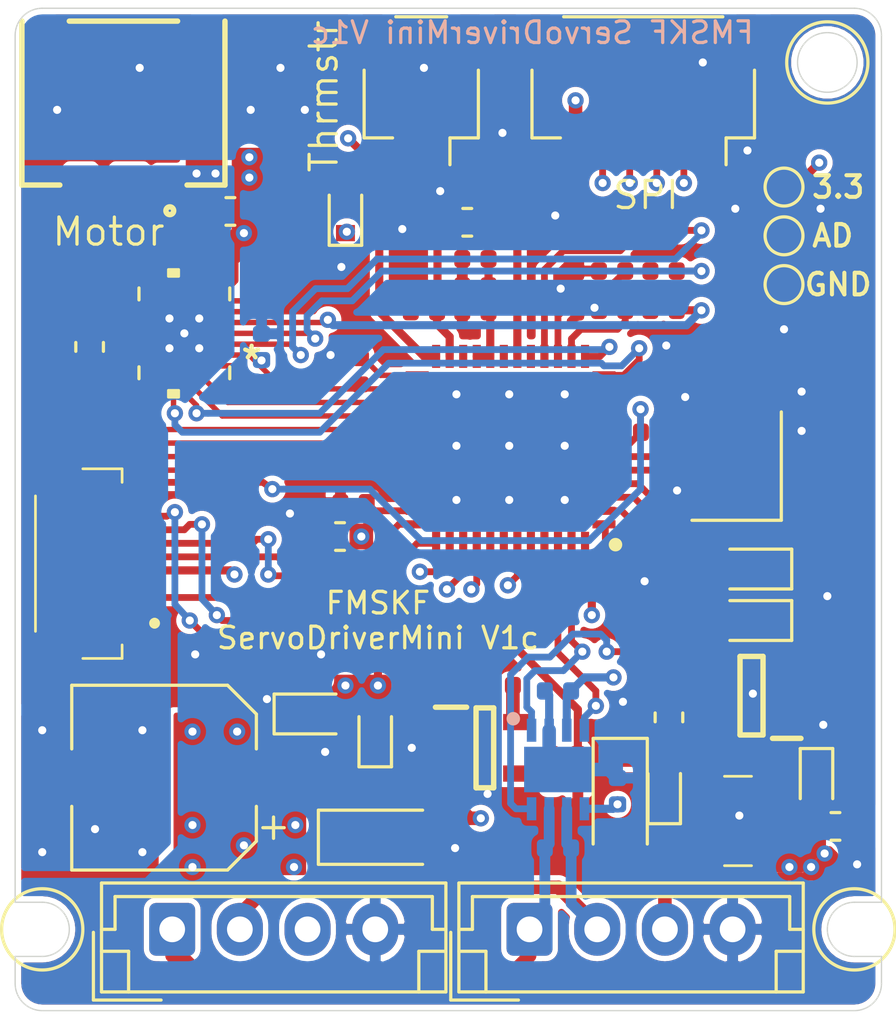
<source format=kicad_pcb>
(kicad_pcb (version 20171130) (host pcbnew "(5.1.5)-3")
  (layers (0 F.Cu signal) (1 In1.Cu signal) (2 In2.Cu signal) (31 B.Cu signal) (34 B.Paste user hide) (35 F.Paste user hide) (36 B.SilkS user) (37 F.SilkS user) (38 B.Mask user hide) (39 F.Mask user hide) (44 Edge.Cuts user))
  (net 0 "")
  (net 1 GND)
  (net 2 +3V3)
  (net 3 /NRST)
  (net 4 "Net-(C6-Pad1)")
  (net 5 "Net-(C13-Pad1)")
  (net 6 +5V)
  (net 7 /CurrentSensA)
  (net 8 /CurrentSensB)
  (net 9 /CurrentSensC)
  (net 10 +12V)
  (net 11 "Net-(C23-Pad2)")
  (net 12 "Net-(C25-Pad2)")
  (net 13 "Net-(D1-Pad1)")
  (net 14 /Vm_Sens)
  (net 15 "Net-(D6-Pad1)")
  (net 16 /LED1)
  (net 17 /LED2)
  (net 18 "Net-(D7-Pad1)")
  (net 19 "Net-(D8-Pad1)")
  (net 20 "Net-(IC1-Pad4)")
  (net 21 "Net-(IC1-Pad5)")
  (net 22 "Net-(IC2-Pad4)")
  (net 23 "Net-(IC2-Pad3)")
  (net 24 /CAN1_TX)
  (net 25 /CAN1_RX)
  (net 26 /CAN_L)
  (net 27 /CAN_H)
  (net 28 /CAN1_EN)
  (net 29 /SWCLK)
  (net 30 /SWDIO)
  (net 31 "Net-(J1-PadMP1)")
  (net 32 "Net-(J1-PadMP2)")
  (net 33 /SPI3_CS)
  (net 34 /SPI3_SCK)
  (net 35 /SPI3_MISO)
  (net 36 /SPI3_MOSI)
  (net 37 /Potentio_Sens)
  (net 38 /Temp_Sens)
  (net 39 /M_OUTA)
  (net 40 /M_OUTB)
  (net 41 /M_OUTC)
  (net 42 /SOA)
  (net 43 /SOB)
  (net 44 /SOC)
  (net 45 /nFAULT)
  (net 46 "Net-(R17-Pad2)")
  (net 47 /DAC_O1_GAIN)
  (net 48 /DAC_O2_SLEW)
  (net 49 /GPIO_MODE)
  (net 50 /nSLEEP)
  (net 51 /TIM1_CH1N)
  (net 52 /TIM1_CH1)
  (net 53 /TIM1_CH2)
  (net 54 /TIM1_CH3)
  (net 55 /SWO)
  (net 56 "Net-(C26-Pad2)")
  (net 57 "Net-(C27-Pad1)")
  (net 58 "Net-(Y1-Pad2)")
  (net 59 "Net-(Y1-Pad4)")
  (net 60 "Net-(J1-Pad2)")
  (net 61 "Net-(C6-Pad2)")
  (net 62 "Net-(C15-Pad2)")
  (net 63 "Net-(IC4-Pad8)")
  (net 64 "Net-(IC4-Pad9)")
  (net 65 "Net-(IC4-Pad10)")
  (net 66 "Net-(IC4-Pad17)")
  (net 67 "Net-(IC4-Pad19)")
  (net 68 "Net-(IC4-Pad22)")
  (net 69 "Net-(IC4-Pad33)")
  (net 70 "Net-(IC4-Pad34)")
  (net 71 "Net-(IC4-Pad42)")
  (net 72 /USART1_TX)
  (net 73 /USART1_RX)
  (module Capacitor_SMD:C_0402_1005Metric (layer F.Cu) (at 130.8 90.6 180)
    (fp_text reference C6 hide)
    (fp_text value 0.01u)
    (pad 2 smd roundrect (at 0.485 0 180) (size 0.59 0.64) (layers F.Cu F.Paste F.Mask) (net 61 "Net-(C6-Pad2)"))
    (pad 1 smd roundrect (at -0.485 0 180) (size 0.59 0.64) (layers F.Cu F.Paste F.Mask) (net 4 "Net-(C6-Pad1)"))
  )
  (module SamacSys_Parts:DF65-3P-1.7V_21_ (layer F.Cu) (at 107 66.5 180)
    (fp_text reference J7 hide)
    (fp_text value DF65-3P-1.7V_21_ hide)
    (pad 5 smd rect (at 3.075 2.025 180) (size 0.7 1.8) (layers F.Cu F.Paste F.Mask))
    (pad 4 smd rect (at -3.075 2.025 180) (size 0.7 1.8) (layers F.Cu F.Paste F.Mask))
    (pad 3 smd rect (at 1.7 -3.025 180) (size 0.6 1) (layers F.Cu F.Paste F.Mask) (net 41 /M_OUTC))
    (pad 2 smd rect (at 0 -3.025 180) (size 0.6 1) (layers F.Cu F.Paste F.Mask) (net 40 /M_OUTB))
    (pad 1 smd rect (at -1.7 -3.025 180) (size 0.6 1) (layers F.Cu F.Paste F.Mask) (net 39 /M_OUTA))
  )
  (module Capacitor_SMD:C_0402_1005Metric (layer F.Cu) (at 126.25 83.7 270)
    (fp_text reference C1 hide)
    (fp_text value 0.1u)
    (pad 2 smd roundrect (at 0.485 0 270) (size 0.59 0.64) (layers F.Cu F.Paste F.Mask) (net 1 GND))
    (pad 1 smd roundrect (at -0.485 0 270) (size 0.59 0.64) (layers F.Cu F.Paste F.Mask) (net 2 +3V3))
  )
  (module Capacitor_SMD:C_0402_1005Metric (layer F.Cu) (at 126.6 78.65)
    (fp_text reference C3 hide)
    (fp_text value 0.1u)
    (pad 2 smd roundrect (at 0.485 0) (size 0.59 0.64) (layers F.Cu F.Paste F.Mask) (net 1 GND))
    (pad 1 smd roundrect (at -0.485 0) (size 0.59 0.64) (layers F.Cu F.Paste F.Mask) (net 3 /NRST))
  )
  (module Capacitor_SMD:C_0402_1005Metric (layer F.Cu) (at 120 74.2 180)
    (fp_text reference C4 hide)
    (fp_text value 0.1u)
    (pad 2 smd roundrect (at 0.485 0 180) (size 0.59 0.64) (layers F.Cu F.Paste F.Mask) (net 1 GND))
    (pad 1 smd roundrect (at -0.485 0 180) (size 0.59 0.64) (layers F.Cu F.Paste F.Mask) (net 5 "Net-(C13-Pad1)"))
  )
  (module Capacitor_SMD:C_0402_1005Metric (layer F.Cu) (at 118.1 74.2)
    (fp_text reference C7 hide)
    (fp_text value 0.1u)
    (pad 2 smd roundrect (at 0.485 0) (size 0.59 0.64) (layers F.Cu F.Paste F.Mask) (net 2 +3V3))
    (pad 1 smd roundrect (at -0.485 0) (size 0.59 0.64) (layers F.Cu F.Paste F.Mask) (net 1 GND))
  )
  (module Capacitor_SMD:C_0402_1005Metric (layer F.Cu) (at 117.65 90.8 90)
    (fp_text reference C8 hide)
    (fp_text value 0.1u)
    (pad 2 smd roundrect (at 0.485 0 90) (size 0.59 0.64) (layers F.Cu F.Paste F.Mask) (net 1 GND))
    (pad 1 smd roundrect (at -0.485 0 90) (size 0.59 0.64) (layers F.Cu F.Paste F.Mask) (net 6 +5V))
  )
  (module Capacitor_SMD:C_0402_1005Metric (layer F.Cu) (at 117.65 88.8 90)
    (fp_text reference C9 hide)
    (fp_text value 1u)
    (pad 2 smd roundrect (at 0.485 0 90) (size 0.59 0.64) (layers F.Cu F.Paste F.Mask) (net 1 GND))
    (pad 1 smd roundrect (at -0.485 0 90) (size 0.59 0.64) (layers F.Cu F.Paste F.Mask) (net 2 +3V3))
  )
  (module Capacitor_SMD:C_0402_1005Metric (layer F.Cu) (at 115.5 81.25 180)
    (fp_text reference C10 hide)
    (fp_text value 0.1u)
    (pad 2 smd roundrect (at 0.485 0 180) (size 0.59 0.64) (layers F.Cu F.Paste F.Mask) (net 1 GND))
    (pad 1 smd roundrect (at -0.485 0 180) (size 0.59 0.64) (layers F.Cu F.Paste F.Mask) (net 2 +3V3))
  )
  (module Capacitor_SMD:C_0603_1608Metric (layer F.Cu) (at 115 82.5 180)
    (fp_text reference C12 hide)
    (fp_text value 4.7u)
    (pad 2 smd roundrect (at 0.7875 0 180) (size 0.875 0.95) (layers F.Cu F.Paste F.Mask) (net 1 GND))
    (pad 1 smd roundrect (at -0.7875 0 180) (size 0.875 0.95) (layers F.Cu F.Paste F.Mask) (net 2 +3V3))
  )
  (module Capacitor_SMD:C_0402_1005Metric (layer F.Cu) (at 120 72.25 180)
    (fp_text reference C13 hide)
    (fp_text value 0.01u)
    (pad 2 smd roundrect (at 0.485 0 180) (size 0.59 0.64) (layers F.Cu F.Paste F.Mask) (net 1 GND))
    (pad 1 smd roundrect (at -0.485 0 180) (size 0.59 0.64) (layers F.Cu F.Paste F.Mask) (net 5 "Net-(C13-Pad1)"))
  )
  (module Capacitor_SMD:C_0402_1005Metric (layer F.Cu) (at 120 73.25 180)
    (fp_text reference C14 hide)
    (fp_text value 1u)
    (pad 2 smd roundrect (at 0.485 0 180) (size 0.59 0.64) (layers F.Cu F.Paste F.Mask) (net 1 GND))
    (pad 1 smd roundrect (at -0.485 0 180) (size 0.59 0.64) (layers F.Cu F.Paste F.Mask) (net 5 "Net-(C13-Pad1)"))
  )
  (module Capacitor_SMD:C_0402_1005Metric (layer B.Cu) (at 123.05 88.2 180)
    (fp_text reference C16 hide)
    (fp_text value 0.1u)
    (pad 2 smd roundrect (at 0.485 0 180) (size 0.59 0.64) (layers B.Cu B.Paste B.Mask) (net 1 GND))
    (pad 1 smd roundrect (at -0.485 0 180) (size 0.59 0.64) (layers B.Cu B.Paste B.Mask) (net 6 +5V))
  )
  (module Capacitor_SMD:C_0402_1005Metric (layer F.Cu) (at 125.05 74.15 180)
    (fp_text reference C17 hide)
    (fp_text value 220pF)
    (pad 2 smd roundrect (at 0.485 0 180) (size 0.59 0.64) (layers F.Cu F.Paste F.Mask) (net 1 GND))
    (pad 1 smd roundrect (at -0.485 0 180) (size 0.59 0.64) (layers F.Cu F.Paste F.Mask) (net 7 /CurrentSensA))
  )
  (module Capacitor_SMD:C_0402_1005Metric (layer F.Cu) (at 125.05 72.7 180)
    (fp_text reference C18 hide)
    (fp_text value 220pF)
    (pad 2 smd roundrect (at 0.485 0 180) (size 0.59 0.64) (layers F.Cu F.Paste F.Mask) (net 1 GND))
    (pad 1 smd roundrect (at -0.485 0 180) (size 0.59 0.64) (layers F.Cu F.Paste F.Mask) (net 8 /CurrentSensB))
  )
  (module Capacitor_SMD:C_0402_1005Metric (layer F.Cu) (at 125.065 71.2 180)
    (fp_text reference C19 hide)
    (fp_text value 220pF)
    (pad 2 smd roundrect (at 0.485 0 180) (size 0.59 0.64) (layers F.Cu F.Paste F.Mask) (net 1 GND))
    (pad 1 smd roundrect (at -0.485 0 180) (size 0.59 0.64) (layers F.Cu F.Paste F.Mask) (net 9 /CurrentSensC))
  )
  (module Capacitor_SMD:C_0402_1005Metric (layer B.Cu) (at 125.25 91.9 90)
    (fp_text reference C20 hide)
    (fp_text value 0.1u)
    (pad 2 smd roundrect (at 0.485 0 90) (size 0.59 0.64) (layers B.Cu B.Paste B.Mask) (net 1 GND))
    (pad 1 smd roundrect (at -0.485 0 90) (size 0.59 0.64) (layers B.Cu B.Paste B.Mask) (net 2 +3V3))
  )
  (module Capacitor_SMD:C_0402_1005Metric (layer B.Cu) (at 112.1 75.5 90)
    (fp_text reference C21 hide)
    (fp_text value 0.1u)
    (pad 2 smd roundrect (at 0.485 0 90) (size 0.59 0.64) (layers B.Cu B.Paste B.Mask) (net 1 GND))
    (pad 1 smd roundrect (at -0.485 0 90) (size 0.59 0.64) (layers B.Cu B.Paste B.Mask) (net 2 +3V3))
  )
  (module Capacitor_SMD:C_0603_1608Metric (layer F.Cu) (at 110.95 70.5 180)
    (fp_text reference C22 hide)
    (fp_text value 10u)
    (pad 2 smd roundrect (at 0.7875 0 180) (size 0.875 0.95) (layers F.Cu F.Paste F.Mask) (net 1 GND))
    (pad 1 smd roundrect (at -0.7875 0 180) (size 0.875 0.95) (layers F.Cu F.Paste F.Mask) (net 10 +12V))
  )
  (module Capacitor_SMD:C_0402_1005Metric (layer F.Cu) (at 112.85 72.3 270)
    (fp_text reference C23 hide)
    (fp_text value 1u)
    (pad 2 smd roundrect (at 0.485 0 270) (size 0.59 0.64) (layers F.Cu F.Paste F.Mask) (net 11 "Net-(C23-Pad2)"))
    (pad 1 smd roundrect (at -0.485 0 270) (size 0.59 0.64) (layers F.Cu F.Paste F.Mask) (net 10 +12V))
  )
  (module Capacitor_SMD:C_0402_1005Metric (layer F.Cu) (at 110.5 71.8 180)
    (fp_text reference C24 hide)
    (fp_text value 0.1u)
    (pad 2 smd roundrect (at 0.485 0 180) (size 0.59 0.64) (layers F.Cu F.Paste F.Mask) (net 1 GND))
    (pad 1 smd roundrect (at -0.485 0 180) (size 0.59 0.64) (layers F.Cu F.Paste F.Mask) (net 10 +12V))
  )
  (module Capacitor_SMD:C_0603_1608Metric (layer F.Cu) (at 105.75 75.5 270)
    (fp_text reference C25 hide)
    (fp_text value 4.7u)
    (pad 2 smd roundrect (at 0.7875 0 270) (size 0.875 0.95) (layers F.Cu F.Paste F.Mask) (net 12 "Net-(C25-Pad2)"))
    (pad 1 smd roundrect (at -0.7875 0 270) (size 0.875 0.95) (layers F.Cu F.Paste F.Mask) (net 1 GND))
  )
  (module Diode_SMD:D_SOD-123F (layer F.Cu) (at 116.4 93.6)
    (fp_text reference D1 hide)
    (fp_text value D_Schottky)
    (pad 2 smd rect (at 1.4 0) (size 1.1 1.1) (layers F.Cu F.Paste F.Mask) (net 1 GND))
    (pad 1 smd rect (at -1.4 0) (size 1.1 1.1) (layers F.Cu F.Paste F.Mask) (net 13 "Net-(D1-Pad1)"))
  )
  (module Diode_SMD:D_SOD-523 (layer F.Cu) (at 116.3 89.85 90)
    (fp_text reference D3 hide)
    (fp_text value D_Schottky)
    (pad 1 smd rect (at -0.7 0 270) (size 0.6 0.7) (layers F.Cu F.Paste F.Mask) (net 6 +5V))
    (pad 2 smd rect (at 0.7 0 270) (size 0.6 0.7) (layers F.Cu F.Paste F.Mask) (net 2 +3V3))
  )
  (module Diode_SMD:D_SOD-523 (layer F.Cu) (at 115.2 70.6 90)
    (fp_text reference D5 hide)
    (fp_text value BAT30KFILM)
    (pad 1 smd rect (at -0.7 0 270) (size 0.6 0.7) (layers F.Cu F.Paste F.Mask) (net 2 +3V3))
    (pad 2 smd rect (at 0.7 0 270) (size 0.6 0.7) (layers F.Cu F.Paste F.Mask) (net 14 /Vm_Sens))
  )
  (module LED_SMD:LED_0603_1608Metric (layer F.Cu) (at 130.2 85.6 180)
    (fp_text reference D6 hide)
    (fp_text value LED)
    (pad 2 smd roundrect (at 0.7875 0 180) (size 0.875 0.95) (layers F.Cu F.Paste F.Mask) (net 16 /LED1))
    (pad 1 smd roundrect (at -0.7875 0 180) (size 0.875 0.95) (layers F.Cu F.Paste F.Mask) (net 15 "Net-(D6-Pad1)"))
  )
  (module LED_SMD:LED_0603_1608Metric (layer F.Cu) (at 130.2 83.7 180)
    (fp_text reference D7 hide)
    (fp_text value LED)
    (pad 2 smd roundrect (at 0.7875 0 180) (size 0.875 0.95) (layers F.Cu F.Paste F.Mask) (net 17 /LED2))
    (pad 1 smd roundrect (at -0.7875 0 180) (size 0.875 0.95) (layers F.Cu F.Paste F.Mask) (net 18 "Net-(D7-Pad1)"))
  )
  (module LED_SMD:LED_0603_1608Metric (layer F.Cu) (at 114.05 89.05)
    (fp_text reference D8 hide)
    (fp_text value LED)
    (pad 2 smd roundrect (at 0.7875 0) (size 0.875 0.95) (layers F.Cu F.Paste F.Mask) (net 2 +3V3))
    (pad 1 smd roundrect (at -0.7875 0) (size 0.875 0.95) (layers F.Cu F.Paste F.Mask) (net 19 "Net-(D8-Pad1)"))
  )
  (module SamacSys_Parts:SOT95P280X145-5N (layer F.Cu) (at 120.35 90.3)
    (fp_text reference IC1 hide)
    (fp_text value ST730MR hide)
    (pad 5 smd rect (at 1.25 -0.95 90) (size 0.6 1.15) (layers F.Cu F.Paste F.Mask) (net 21 "Net-(IC1-Pad5)"))
    (pad 4 smd rect (at 1.25 0.95 90) (size 0.6 1.15) (layers F.Cu F.Paste F.Mask) (net 20 "Net-(IC1-Pad4)"))
    (pad 3 smd rect (at -1.25 0.95 90) (size 0.6 1.15) (layers F.Cu F.Paste F.Mask) (net 6 +5V))
    (pad 2 smd rect (at -1.25 0 90) (size 0.6 1.15) (layers F.Cu F.Paste F.Mask) (net 1 GND))
    (pad 1 smd rect (at -1.25 -0.95 90) (size 0.6 1.15) (layers F.Cu F.Paste F.Mask) (net 2 +3V3))
  )
  (module SamacSys_Parts:SON65P300X300X110-9N (layer B.Cu) (at 123.05 91.1 270)
    (fp_text reference IC3 hide)
    (fp_text value TLT9251VLEXUMA1 hide)
    (pad 9 smd rect (at 0 0 270) (size 1.68 2.5) (layers B.Cu B.Paste B.Mask) (net 1 GND))
    (pad 8 smd rect (at 1.45 0.975 180) (size 0.35 0.85) (layers B.Cu B.Paste B.Mask) (net 28 /CAN1_EN))
    (pad 7 smd rect (at 1.45 0.325 180) (size 0.35 0.85) (layers B.Cu B.Paste B.Mask) (net 27 /CAN_H))
    (pad 6 smd rect (at 1.45 -0.325 180) (size 0.35 0.85) (layers B.Cu B.Paste B.Mask) (net 26 /CAN_L))
    (pad 5 smd rect (at 1.45 -0.975 180) (size 0.35 0.85) (layers B.Cu B.Paste B.Mask) (net 2 +3V3))
    (pad 4 smd rect (at -1.45 -0.975 180) (size 0.35 0.85) (layers B.Cu B.Paste B.Mask) (net 25 /CAN1_RX))
    (pad 3 smd rect (at -1.45 -0.325 180) (size 0.35 0.85) (layers B.Cu B.Paste B.Mask) (net 6 +5V))
    (pad 2 smd rect (at -1.45 0.325 180) (size 0.35 0.85) (layers B.Cu B.Paste B.Mask) (net 1 GND))
    (pad 1 smd rect (at -1.45 0.975 180) (size 0.35 0.85) (layers B.Cu B.Paste B.Mask) (net 24 /CAN1_TX))
  )
  (module SamacSys_Parts:123287020 (layer F.Cu) (at 106 83.5 270)
    (fp_text reference J1 hide)
    (fp_text value 1-2328702-0 hide)
    (pad MP2 smd rect (at -3.25 1.6 270) (size 0.4 0.8) (layers F.Cu F.Paste F.Mask) (net 32 "Net-(J1-PadMP2)"))
    (pad MP1 smd rect (at 3.25 1.6 270) (size 0.4 0.8) (layers F.Cu F.Paste F.Mask) (net 31 "Net-(J1-PadMP1)"))
    (pad 10 smd rect (at -2.25 -0.9 270) (size 0.3 0.8) (layers F.Cu F.Paste F.Mask) (net 1 GND))
    (pad 9 smd rect (at -1.75 -0.9 270) (size 0.3 0.8) (layers F.Cu F.Paste F.Mask) (net 73 /USART1_RX))
    (pad 8 smd rect (at -1.25 -0.9 270) (size 0.3 0.8) (layers F.Cu F.Paste F.Mask) (net 72 /USART1_TX))
    (pad 7 smd rect (at -0.75 -0.9 270) (size 0.3 0.8) (layers F.Cu F.Paste F.Mask) (net 29 /SWCLK))
    (pad 6 smd rect (at -0.25 -0.9 270) (size 0.3 0.8) (layers F.Cu F.Paste F.Mask) (net 30 /SWDIO))
    (pad 5 smd rect (at 0.25 -0.9 270) (size 0.3 0.8) (layers F.Cu F.Paste F.Mask) (net 2 +3V3))
    (pad 4 smd rect (at 0.75 -0.9 270) (size 0.3 0.8) (layers F.Cu F.Paste F.Mask) (net 3 /NRST))
    (pad 3 smd rect (at 1.25 -0.9 270) (size 0.3 0.8) (layers F.Cu F.Paste F.Mask) (net 55 /SWO))
    (pad 2 smd rect (at 1.75 -0.9 270) (size 0.3 0.8) (layers F.Cu F.Paste F.Mask) (net 60 "Net-(J1-Pad2)"))
    (pad 1 smd rect (at 2.25 -0.9 270) (size 0.3 0.8) (layers F.Cu F.Paste F.Mask) (net 1 GND))
  )
  (module Connector_JST:JST_SH_SM06B-SRSS-TB_1x06-1MP_P1.00mm_Horizontal (layer F.Cu) (at 126.2 66 180)
    (fp_text reference J4 hide)
    (fp_text value Conn_01x06)
    (pad MP smd roundrect (at 3.8 1.875 180) (size 1.2 1.8) (layers F.Cu F.Paste F.Mask) (roundrect_rratio 0.208333))
    (pad MP smd roundrect (at -3.8 1.875 180) (size 1.2 1.8) (layers F.Cu F.Paste F.Mask) (roundrect_rratio 0.208333))
    (pad 6 smd roundrect (at 2.5 -2 180) (size 0.6 1.55) (layers F.Cu F.Paste F.Mask) (net 2 +3V3))
    (pad 5 smd roundrect (at 1.5 -2 180) (size 0.6 1.55) (layers F.Cu F.Paste F.Mask) (net 36 /SPI3_MOSI))
    (pad 4 smd roundrect (at 0.5 -2 180) (size 0.6 1.55) (layers F.Cu F.Paste F.Mask) (net 35 /SPI3_MISO))
    (pad 3 smd roundrect (at -0.5 -2 180) (size 0.6 1.55) (layers F.Cu F.Paste F.Mask) (net 34 /SPI3_SCK))
    (pad 2 smd roundrect (at -1.5 -2 180) (size 0.6 1.55) (layers F.Cu F.Paste F.Mask) (net 33 /SPI3_CS))
    (pad 1 smd roundrect (at -2.5 -2 180) (size 0.6 1.55) (layers F.Cu F.Paste F.Mask) (net 1 GND))
  )
  (module Connector_JST:JST_SH_SM02B-SRSS-TB_1x02-1MP_P1.00mm_Horizontal (layer F.Cu) (at 118 66 180)
    (fp_text reference J6 hide)
    (fp_text value Conn_01x02)
    (pad MP smd roundrect (at 1.8 1.875 180) (size 1.2 1.8) (layers F.Cu F.Paste F.Mask) (roundrect_rratio 0.208333))
    (pad MP smd roundrect (at -1.8 1.875 180) (size 1.2 1.8) (layers F.Cu F.Paste F.Mask) (roundrect_rratio 0.208333))
    (pad 2 smd roundrect (at 0.5 -2 180) (size 0.6 1.55) (layers F.Cu F.Paste F.Mask) (net 1 GND))
    (pad 1 smd roundrect (at -0.5 -2 180) (size 0.6 1.55) (layers F.Cu F.Paste F.Mask) (net 38 /Temp_Sens))
  )
  (module Inductor_SMD:L_0603_1608Metric (layer F.Cu) (at 119.7 70.9 180)
    (fp_text reference L1 hide)
    (fp_text value L)
    (pad 2 smd roundrect (at 0.7875 0 180) (size 0.875 0.95) (layers F.Cu F.Paste F.Mask) (net 2 +3V3))
    (pad 1 smd roundrect (at -0.7875 0 180) (size 0.875 0.95) (layers F.Cu F.Paste F.Mask) (net 5 "Net-(C13-Pad1)"))
  )
  (module Resistor_SMD:R_0402_1005Metric (layer F.Cu) (at 114.9 91.75 180)
    (fp_text reference R1 hide)
    (fp_text value 100)
    (pad 2 smd roundrect (at 0.485 0 180) (size 0.59 0.64) (layers F.Cu F.Paste F.Mask) (net 10 +12V))
    (pad 1 smd roundrect (at -0.485 0 180) (size 0.59 0.64) (layers F.Cu F.Paste F.Mask) (net 13 "Net-(D1-Pad1)"))
  )
  (module Resistor_SMD:R_0402_1005Metric (layer F.Cu) (at 127.2 87.225 180)
    (fp_text reference R3 hide)
    (fp_text value 10k)
    (pad 2 smd roundrect (at 0.485 0 180) (size 0.59 0.64) (layers F.Cu F.Paste F.Mask) (net 62 "Net-(C15-Pad2)"))
    (pad 1 smd roundrect (at -0.485 0 180) (size 0.59 0.64) (layers F.Cu F.Paste F.Mask) (net 22 "Net-(IC2-Pad4)"))
  )
  (module Resistor_SMD:R_0402_1005Metric (layer F.Cu) (at 120.9 88)
    (fp_text reference R4 hide)
    (fp_text value 10k)
    (pad 2 smd roundrect (at 0.485 0) (size 0.59 0.64) (layers F.Cu F.Paste F.Mask) (net 21 "Net-(IC1-Pad5)"))
    (pad 1 smd roundrect (at -0.485 0) (size 0.59 0.64) (layers F.Cu F.Paste F.Mask) (net 6 +5V))
  )
  (module Resistor_SMD:R_0402_1005Metric (layer F.Cu) (at 123.3 90.55)
    (fp_text reference R5 hide)
    (fp_text value 47k)
    (pad 2 smd roundrect (at 0.485 0) (size 0.59 0.64) (layers F.Cu F.Paste F.Mask) (net 2 +3V3))
    (pad 1 smd roundrect (at -0.485 0) (size 0.59 0.64) (layers F.Cu F.Paste F.Mask) (net 20 "Net-(IC1-Pad4)"))
  )
  (module Resistor_SMD:R_0402_1005Metric (layer F.Cu) (at 123.3 91.6 180)
    (fp_text reference R6 hide)
    (fp_text value 27k)
    (pad 2 smd roundrect (at 0.485 0 180) (size 0.59 0.64) (layers F.Cu F.Paste F.Mask) (net 20 "Net-(IC1-Pad4)"))
    (pad 1 smd roundrect (at -0.485 0 180) (size 0.59 0.64) (layers F.Cu F.Paste F.Mask) (net 1 GND))
  )
  (module Resistor_SMD:R_0402_1005Metric (layer F.Cu) (at 113 70.3 270)
    (fp_text reference R7 hide)
    (fp_text value 470k)
    (pad 2 smd roundrect (at 0.485 0 270) (size 0.59 0.64) (layers F.Cu F.Paste F.Mask) (net 10 +12V))
    (pad 1 smd roundrect (at -0.485 0 270) (size 0.59 0.64) (layers F.Cu F.Paste F.Mask) (net 14 /Vm_Sens))
  )
  (module Resistor_SMD:R_0402_1005Metric (layer F.Cu) (at 114 70.315 90)
    (fp_text reference R8 hide)
    (fp_text value 33k)
    (pad 2 smd roundrect (at 0.485 0 90) (size 0.59 0.64) (layers F.Cu F.Paste F.Mask) (net 14 /Vm_Sens))
    (pad 1 smd roundrect (at -0.485 0 90) (size 0.59 0.64) (layers F.Cu F.Paste F.Mask) (net 1 GND))
  )
  (module Resistor_SMD:R_0402_1005Metric (layer F.Cu) (at 126.95 74.15)
    (fp_text reference R9 hide)
    (fp_text value 510)
    (pad 2 smd roundrect (at 0.485 0) (size 0.59 0.64) (layers F.Cu F.Paste F.Mask) (net 42 /SOA))
    (pad 1 smd roundrect (at -0.485 0) (size 0.59 0.64) (layers F.Cu F.Paste F.Mask) (net 7 /CurrentSensA))
  )
  (module Resistor_SMD:R_0402_1005Metric (layer F.Cu) (at 126.95 72.7)
    (fp_text reference R10 hide)
    (fp_text value 510)
    (pad 2 smd roundrect (at 0.485 0) (size 0.59 0.64) (layers F.Cu F.Paste F.Mask) (net 43 /SOB))
    (pad 1 smd roundrect (at -0.485 0) (size 0.59 0.64) (layers F.Cu F.Paste F.Mask) (net 8 /CurrentSensB))
  )
  (module Resistor_SMD:R_0402_1005Metric (layer F.Cu) (at 126.965 71.2)
    (fp_text reference R11 hide)
    (fp_text value 510)
    (pad 2 smd roundrect (at 0.485 0) (size 0.59 0.64) (layers F.Cu F.Paste F.Mask) (net 44 /SOC))
    (pad 1 smd roundrect (at -0.485 0) (size 0.59 0.64) (layers F.Cu F.Paste F.Mask) (net 9 /CurrentSensC))
  )
  (module Resistor_SMD:R_0402_1005Metric (layer F.Cu) (at 133 85.6 180)
    (fp_text reference R12 hide)
    (fp_text value 330)
    (pad 2 smd roundrect (at 0.485 0 180) (size 0.59 0.64) (layers F.Cu F.Paste F.Mask) (net 15 "Net-(D6-Pad1)"))
    (pad 1 smd roundrect (at -0.485 0 180) (size 0.59 0.64) (layers F.Cu F.Paste F.Mask) (net 1 GND))
  )
  (module Resistor_SMD:R_0402_1005Metric (layer F.Cu) (at 133 83.7 180)
    (fp_text reference R13 hide)
    (fp_text value 330)
    (pad 2 smd roundrect (at 0.485 0 180) (size 0.59 0.64) (layers F.Cu F.Paste F.Mask) (net 18 "Net-(D7-Pad1)"))
    (pad 1 smd roundrect (at -0.485 0 180) (size 0.59 0.64) (layers F.Cu F.Paste F.Mask) (net 1 GND))
  )
  (module Resistor_SMD:R_0402_1005Metric (layer F.Cu) (at 113.8 87.65 180)
    (fp_text reference R14 hide)
    (fp_text value 330)
    (pad 2 smd roundrect (at 0.485 0 180) (size 0.59 0.64) (layers F.Cu F.Paste F.Mask) (net 19 "Net-(D8-Pad1)"))
    (pad 1 smd roundrect (at -0.485 0 180) (size 0.59 0.64) (layers F.Cu F.Paste F.Mask) (net 1 GND))
  )
  (module Resistor_SMD:R_0402_1005Metric (layer B.Cu) (at 123.05 94 180)
    (fp_text reference R15 hide)
    (fp_text value 60)
    (pad 2 smd roundrect (at 0.485 0 180) (size 0.59 0.64) (layers B.Cu B.Paste B.Mask) (net 27 /CAN_H))
    (pad 1 smd roundrect (at -0.485 0 180) (size 0.59 0.64) (layers B.Cu B.Paste B.Mask) (net 26 /CAN_L))
  )
  (module Resistor_SMD:R_0402_1005Metric (layer F.Cu) (at 115.75 76.4 270)
    (fp_text reference R16 hide)
    (fp_text value 10k)
    (pad 2 smd roundrect (at 0.485 0 270) (size 0.59 0.64) (layers F.Cu F.Paste F.Mask) (net 45 /nFAULT))
    (pad 1 smd roundrect (at -0.485 0 270) (size 0.59 0.64) (layers F.Cu F.Paste F.Mask) (net 2 +3V3))
  )
  (module Resistor_SMD:R_0402_1005Metric (layer F.Cu) (at 111.85 72.3 270)
    (fp_text reference R17 hide)
    (fp_text value 0)
    (pad 2 smd roundrect (at 0.485 0 270) (size 0.59 0.64) (layers F.Cu F.Paste F.Mask) (net 46 "Net-(R17-Pad2)"))
    (pad 1 smd roundrect (at -0.485 0 270) (size 0.59 0.64) (layers F.Cu F.Paste F.Mask) (net 10 +12V))
  )
  (module Resistor_SMD:R_0402_1005Metric (layer F.Cu) (at 120.715 69)
    (fp_text reference R18 hide)
    (fp_text value 10k)
    (pad 2 smd roundrect (at 0.485 0) (size 0.59 0.64) (layers F.Cu F.Paste F.Mask) (net 2 +3V3))
    (pad 1 smd roundrect (at -0.485 0) (size 0.59 0.64) (layers F.Cu F.Paste F.Mask) (net 38 /Temp_Sens))
  )
  (module SamacSys_Parts:PDRV8311HRRWR (layer F.Cu) (at 109.25 75 180)
    (fp_text reference U2 hide)
    (fp_text value PDRV8311HRRWR)
    (fp_text user * (at -2.484399 -1.000125) (layer F.SilkS))
    (fp_text user * (at -2.484399 -1.000125) (layer F.SilkS))
    (pad 1 smd rect (at -1.5089 -1.2 270) (size 0.204 0.680999) (layers F.Cu F.Paste F.Mask) (net 45 /nFAULT))
    (pad 2 smd rect (at -1.5089 -0.8 270) (size 0.204 0.680999) (layers F.Cu F.Paste F.Mask) (net 2 +3V3))
    (pad 3 smd rect (at -1.5089 -0.4 270) (size 0.204 0.680999) (layers F.Cu F.Paste F.Mask) (net 44 /SOC))
    (pad 4 smd rect (at -1.5089 0 270) (size 0.204 0.680999) (layers F.Cu F.Paste F.Mask) (net 43 /SOB))
    (pad 5 smd rect (at -1.5089 0.4 270) (size 0.204 0.680999) (layers F.Cu F.Paste F.Mask) (net 42 /SOA))
    (pad 6 smd rect (at -1.5089 0.8 90) (size 0.204 0.680999) (layers F.Cu F.Paste F.Mask) (net 11 "Net-(C23-Pad2)"))
    (pad 7 smd rect (at -1.5089 1.2 90) (size 0.204 0.680999) (layers F.Cu F.Paste F.Mask) (net 46 "Net-(R17-Pad2)"))
    (pad 8 smd rect (at -0.8 1.5089 180) (size 0.2 0.680999) (layers F.Cu F.Paste F.Mask) (net 10 +12V))
    (pad 9 smd rect (at -0.4 1.5089 180) (size 0.204 0.680999) (layers F.Cu F.Paste F.Mask) (net 1 GND))
    (pad 10 smd rect (at 0 1.5089 180) (size 0.204 0.680999) (layers F.Cu F.Paste F.Mask) (net 39 /M_OUTA))
    (pad 11 smd rect (at 0.4 1.5089 180) (size 0.204 0.680999) (layers F.Cu F.Paste F.Mask) (net 40 /M_OUTB))
    (pad 12 smd rect (at 0.8 1.5089 180) (size 0.204 0.680999) (layers F.Cu F.Paste F.Mask) (net 41 /M_OUTC))
    (pad 13 smd rect (at 1.5089 1.2 270) (size 0.204 0.680999) (layers F.Cu F.Paste F.Mask) (net 54 /TIM1_CH3))
    (pad 14 smd rect (at 1.5089 0.8 270) (size 0.204 0.680999) (layers F.Cu F.Paste F.Mask) (net 53 /TIM1_CH2))
    (pad 15 smd rect (at 1.5089 0.4 270) (size 0.204 0.680999) (layers F.Cu F.Paste F.Mask) (net 52 /TIM1_CH1))
    (pad 16 smd rect (at 1.5089 0 270) (size 0.204 0.680999) (layers F.Cu F.Paste F.Mask) (net 1 GND))
    (pad 17 smd rect (at 1.5089 -0.4 270) (size 0.204 0.680999) (layers F.Cu F.Paste F.Mask) (net 12 "Net-(C25-Pad2)"))
    (pad 18 smd rect (at 1.5089 -0.8 90) (size 0.204 0.680999) (layers F.Cu F.Paste F.Mask) (net 51 /TIM1_CH1N))
    (pad 19 smd rect (at 1.5089 -1.2 90) (size 0.204 0.680999) (layers F.Cu F.Paste F.Mask) (net 51 /TIM1_CH1N))
    (pad 20 smd rect (at 0.8 -1.5089 180) (size 0.204 0.680999) (layers F.Cu F.Paste F.Mask) (net 51 /TIM1_CH1N))
    (pad 21 smd rect (at 0.4 -1.5089 180) (size 0.204 0.680999) (layers F.Cu F.Paste F.Mask) (net 47 /DAC_O1_GAIN))
    (pad 22 smd rect (at 0 -1.5089 180) (size 0.204 0.680999) (layers F.Cu F.Paste F.Mask) (net 48 /DAC_O2_SLEW))
    (pad 23 smd rect (at -0.4 -1.5089 180) (size 0.204 0.680999) (layers F.Cu F.Paste F.Mask) (net 49 /GPIO_MODE))
    (pad 24 smd rect (at -0.8 -1.5089 180) (size 0.204 0.680999) (layers F.Cu F.Paste F.Mask) (net 50 /nSLEEP))
    (pad 25 smd rect (at 0 0 180) (size 1.9 1.9) (layers F.Cu F.Paste F.Mask) (net 1 GND))
  )
  (module Capacitor_SMD:C_0402_1005Metric (layer F.Cu) (at 132.1 80.35 270)
    (fp_text reference C26 hide)
    (fp_text value 8p)
    (pad 2 smd roundrect (at 0.485 0 270) (size 0.59 0.64) (layers F.Cu F.Paste F.Mask) (net 56 "Net-(C26-Pad2)"))
    (pad 1 smd roundrect (at -0.485 0 270) (size 0.59 0.64) (layers F.Cu F.Paste F.Mask) (net 1 GND))
  )
  (module Capacitor_SMD:C_0402_1005Metric (layer F.Cu) (at 130.065 77.15)
    (fp_text reference C27 hide)
    (fp_text value 8p)
    (pad 2 smd roundrect (at 0.485 0) (size 0.59 0.64) (layers F.Cu F.Paste F.Mask) (net 1 GND))
    (pad 1 smd roundrect (at -0.485 0) (size 0.59 0.64) (layers F.Cu F.Paste F.Mask) (net 57 "Net-(C27-Pad1)"))
  )
  (module Crystal:Crystal_SMD_Abracon_ABM8G-4Pin_3.2x2.5mm (layer F.Cu) (at 129.65 79.9 90)
    (fp_text reference Y1 hide)
    (fp_text value Crystal)
    (pad 4 smd rect (at -1.1 -0.85 90) (size 1.4 1.2) (layers F.Cu F.Paste F.Mask) (net 59 "Net-(Y1-Pad4)"))
    (pad 3 smd rect (at 1.1 -0.85 90) (size 1.4 1.2) (layers F.Cu F.Paste F.Mask) (net 57 "Net-(C27-Pad1)"))
    (pad 2 smd rect (at 1.1 0.85 90) (size 1.4 1.2) (layers F.Cu F.Paste F.Mask) (net 58 "Net-(Y1-Pad2)"))
    (pad 1 smd rect (at -1.1 0.85 90) (size 1.4 1.2) (layers F.Cu F.Paste F.Mask) (net 56 "Net-(C26-Pad2)"))
  )
  (module Connector_JST:JST_EH_B4B-EH-A_1x04_P2.50mm_Vertical (layer F.Cu) (at 108.8 97)
    (fp_text reference J2 hide)
    (fp_text value Conn_01x04)
    (pad 4 thru_hole oval (at 7.5 0) (size 1.7 1.95) (drill 0.95) (layers *.Cu *.Mask) (net 1 GND))
    (pad 3 thru_hole oval (at 5 0) (size 1.7 1.95) (drill 0.95) (layers *.Cu *.Mask) (net 10 +12V))
    (pad 2 thru_hole oval (at 2.5 0) (size 1.7 1.95) (drill 0.95) (layers *.Cu *.Mask) (net 26 /CAN_L))
    (pad 1 thru_hole roundrect (at 0 0) (size 1.7 1.95) (drill 0.95) (layers *.Cu *.Mask) (roundrect_rratio 0.147059) (net 27 /CAN_H))
  )
  (module Connector_JST:JST_EH_B4B-EH-A_1x04_P2.50mm_Vertical (layer F.Cu) (at 122 97)
    (fp_text reference J3 hide)
    (fp_text value Conn_01x04)
    (pad 4 thru_hole oval (at 7.5 0) (size 1.7 1.95) (drill 0.95) (layers *.Cu *.Mask) (net 1 GND))
    (pad 3 thru_hole oval (at 5 0) (size 1.7 1.95) (drill 0.95) (layers *.Cu *.Mask) (net 10 +12V))
    (pad 2 thru_hole oval (at 2.5 0) (size 1.7 1.95) (drill 0.95) (layers *.Cu *.Mask) (net 26 /CAN_L))
    (pad 1 thru_hole roundrect (at 0 0) (size 1.7 1.95) (drill 0.95) (layers *.Cu *.Mask) (roundrect_rratio 0.147059) (net 27 /CAN_H))
  )
  (module Capacitor_SMD:CP_Elec_6.3x7.7 (layer F.Cu) (at 108.5 91.4 180)
    (fp_text reference C28 hide)
    (fp_text value 47u)
    (pad 2 smd roundrect (at 2.7 0 180) (size 3.5 1.6) (layers F.Cu F.Paste F.Mask) (roundrect_rratio 0.15625) (net 1 GND))
    (pad 1 smd roundrect (at -2.7 0 180) (size 3.5 1.6) (layers F.Cu F.Paste F.Mask) (roundrect_rratio 0.15625) (net 10 +12V))
  )
  (module Capacitor_SMD:C_0603_1608Metric (layer F.Cu) (at 127.15 89.175 90)
    (fp_text reference C15 hide)
    (fp_text value 10u hide)
    (pad 1 smd roundrect (at -0.7875 0 90) (size 0.875 0.95) (layers F.Cu F.Paste F.Mask) (net 1 GND))
    (pad 2 smd roundrect (at 0.7875 0 90) (size 0.875 0.95) (layers F.Cu F.Paste F.Mask) (net 62 "Net-(C15-Pad2)"))
  )
  (module Capacitor_SMD:C_0603_1608Metric (layer F.Cu) (at 133.3 93.2 180)
    (fp_text reference C29 hide)
    (fp_text value 10u hide)
    (pad 2 smd roundrect (at 0.7875 0 180) (size 0.875 0.95) (layers F.Cu F.Paste F.Mask) (net 6 +5V))
    (pad 1 smd roundrect (at -0.7875 0 180) (size 0.875 0.95) (layers F.Cu F.Paste F.Mask) (net 1 GND))
  )
  (module Diode_SMD:D_SOD-523 (layer F.Cu) (at 126.975 91.95 90)
    (fp_text reference D4 hide)
    (fp_text value D_Schottky hide)
    (pad 1 smd rect (at -0.7 0 270) (size 0.6 0.7) (layers F.Cu F.Paste F.Mask) (net 61 "Net-(C6-Pad2)"))
    (pad 2 smd rect (at 0.7 0 270) (size 0.6 0.7) (layers F.Cu F.Paste F.Mask) (net 1 GND))
  )
  (module Diode_SMD:D_SOD-523 (layer F.Cu) (at 132.6 91.475 270)
    (fp_text reference D9 hide)
    (fp_text value D_Schottky hide)
    (pad 2 smd rect (at 0.7 0 90) (size 0.6 0.7) (layers F.Cu F.Paste F.Mask) (net 6 +5V))
    (pad 1 smd rect (at -0.7 0 90) (size 0.6 0.7) (layers F.Cu F.Paste F.Mask) (net 4 "Net-(C6-Pad1)"))
  )
  (module SamacSys_Parts:SOT95P280X90-6N (layer F.Cu) (at 130.2 88.375 180)
    (fp_text reference IC2 hide)
    (fp_text value LT1616ES6#TRMPBF hide)
    (pad 1 smd rect (at -1.3 -0.95 270) (size 0.55 1.05) (layers F.Cu F.Paste F.Mask) (net 4 "Net-(C6-Pad1)"))
    (pad 2 smd rect (at -1.3 0 270) (size 0.55 1.05) (layers F.Cu F.Paste F.Mask) (net 1 GND))
    (pad 3 smd rect (at -1.3 0.95 270) (size 0.55 1.05) (layers F.Cu F.Paste F.Mask) (net 23 "Net-(IC2-Pad3)"))
    (pad 4 smd rect (at 1.3 0.95 270) (size 0.55 1.05) (layers F.Cu F.Paste F.Mask) (net 22 "Net-(IC2-Pad4)"))
    (pad 5 smd rect (at 1.3 0 270) (size 0.55 1.05) (layers F.Cu F.Paste F.Mask) (net 62 "Net-(C15-Pad2)"))
    (pad 6 smd rect (at 1.3 -0.95 270) (size 0.55 1.05) (layers F.Cu F.Paste F.Mask) (net 61 "Net-(C6-Pad2)"))
  )
  (module SamacSys_Parts:LPS3314332MRC (layer F.Cu) (at 129.8 93)
    (fp_text reference L2 hide)
    (fp_text value 4.7u hide)
    (pad 1 smd rect (at -1.325 0) (size 1.05 3.7) (layers F.Cu F.Paste F.Mask) (net 61 "Net-(C6-Pad2)"))
    (pad 2 smd rect (at 1.325 0) (size 1.05 3.7) (layers F.Cu F.Paste F.Mask) (net 6 +5V))
  )
  (module Resistor_SMD:R_0402_1005Metric (layer F.Cu) (at 133.925 87.86 270)
    (fp_text reference R19 hide)
    (fp_text value 30.1k hide)
    (pad 1 smd roundrect (at -0.485 0 270) (size 0.59 0.64) (layers F.Cu F.Paste F.Mask) (net 23 "Net-(IC2-Pad3)"))
    (pad 2 smd roundrect (at 0.485 0 270) (size 0.59 0.64) (layers F.Cu F.Paste F.Mask) (net 6 +5V))
  )
  (module Resistor_SMD:R_0402_1005Metric (layer F.Cu) (at 132.875 87.875 90)
    (fp_text reference R20 hide)
    (fp_text value 10k hide)
    (pad 2 smd roundrect (at 0.485 0 90) (size 0.59 0.64) (layers F.Cu F.Paste F.Mask) (net 23 "Net-(IC2-Pad3)"))
    (pad 1 smd roundrect (at -0.485 0 90) (size 0.59 0.64) (layers F.Cu F.Paste F.Mask) (net 1 GND))
  )
  (module Capacitor_SMD:C_0402_1005Metric (layer F.Cu) (at 124.8 84.2)
    (fp_text reference C2 hide)
    (fp_text value 0.1u hide)
    (pad 2 smd roundrect (at 0.485 0) (size 0.59 0.64) (layers F.Cu F.Paste F.Mask) (net 1 GND))
    (pad 1 smd roundrect (at -0.485 0) (size 0.59 0.64) (layers F.Cu F.Paste F.Mask) (net 2 +3V3))
  )
  (module SamacSys_Parts:QFN50P700X700X60-49N-D (layer F.Cu) (at 121.3 79.3 180)
    (fp_text reference IC4 hide)
    (fp_text value STM32G491CCU6 hide)
    (pad 1 smd rect (at -3.45 -2.75 270) (size 0.3 0.85) (layers F.Cu F.Paste F.Mask) (net 2 +3V3))
    (pad 2 smd rect (at -3.45 -2.25 270) (size 0.3 0.85) (layers F.Cu F.Paste F.Mask) (net 28 /CAN1_EN))
    (pad 3 smd rect (at -3.45 -1.75 270) (size 0.3 0.85) (layers F.Cu F.Paste F.Mask) (net 16 /LED1))
    (pad 4 smd rect (at -3.45 -1.25 270) (size 0.3 0.85) (layers F.Cu F.Paste F.Mask) (net 17 /LED2))
    (pad 5 smd rect (at -3.45 -0.75 270) (size 0.3 0.85) (layers F.Cu F.Paste F.Mask) (net 56 "Net-(C26-Pad2)"))
    (pad 6 smd rect (at -3.45 -0.25 270) (size 0.3 0.85) (layers F.Cu F.Paste F.Mask) (net 57 "Net-(C27-Pad1)"))
    (pad 7 smd rect (at -3.45 0.25 270) (size 0.3 0.85) (layers F.Cu F.Paste F.Mask) (net 3 /NRST))
    (pad 8 smd rect (at -3.45 0.75 270) (size 0.3 0.85) (layers F.Cu F.Paste F.Mask) (net 63 "Net-(IC4-Pad8)"))
    (pad 9 smd rect (at -3.45 1.25 270) (size 0.3 0.85) (layers F.Cu F.Paste F.Mask) (net 64 "Net-(IC4-Pad9)"))
    (pad 10 smd rect (at -3.45 1.75 270) (size 0.3 0.85) (layers F.Cu F.Paste F.Mask) (net 65 "Net-(IC4-Pad10)"))
    (pad 11 smd rect (at -3.45 2.25 270) (size 0.3 0.85) (layers F.Cu F.Paste F.Mask) (net 37 /Potentio_Sens))
    (pad 12 smd rect (at -3.45 2.75 270) (size 0.3 0.85) (layers F.Cu F.Paste F.Mask) (net 47 /DAC_O1_GAIN))
    (pad 13 smd rect (at -2.75 3.45 180) (size 0.3 0.85) (layers F.Cu F.Paste F.Mask) (net 48 /DAC_O2_SLEW))
    (pad 14 smd rect (at -2.25 3.45 180) (size 0.3 0.85) (layers F.Cu F.Paste F.Mask) (net 7 /CurrentSensA))
    (pad 15 smd rect (at -1.75 3.45 180) (size 0.3 0.85) (layers F.Cu F.Paste F.Mask) (net 8 /CurrentSensB))
    (pad 16 smd rect (at -1.25 3.45 180) (size 0.3 0.85) (layers F.Cu F.Paste F.Mask) (net 9 /CurrentSensC))
    (pad 17 smd rect (at -0.75 3.45 180) (size 0.3 0.85) (layers F.Cu F.Paste F.Mask) (net 66 "Net-(IC4-Pad17)"))
    (pad 18 smd rect (at -0.25 3.45 180) (size 0.3 0.85) (layers F.Cu F.Paste F.Mask) (net 38 /Temp_Sens))
    (pad 19 smd rect (at 0.25 3.45 180) (size 0.3 0.85) (layers F.Cu F.Paste F.Mask) (net 67 "Net-(IC4-Pad19)"))
    (pad 20 smd rect (at 0.75 3.45 180) (size 0.3 0.85) (layers F.Cu F.Paste F.Mask) (net 5 "Net-(C13-Pad1)"))
    (pad 21 smd rect (at 1.25 3.45 180) (size 0.3 0.85) (layers F.Cu F.Paste F.Mask) (net 5 "Net-(C13-Pad1)"))
    (pad 22 smd rect (at 1.75 3.45 180) (size 0.3 0.85) (layers F.Cu F.Paste F.Mask) (net 68 "Net-(IC4-Pad22)"))
    (pad 23 smd rect (at 2.25 3.45 180) (size 0.3 0.85) (layers F.Cu F.Paste F.Mask) (net 2 +3V3))
    (pad 24 smd rect (at 2.75 3.45 180) (size 0.3 0.85) (layers F.Cu F.Paste F.Mask) (net 14 /Vm_Sens))
    (pad 25 smd rect (at 3.45 2.75 270) (size 0.3 0.85) (layers F.Cu F.Paste F.Mask) (net 2 +3V3))
    (pad 26 smd rect (at 3.45 2.25 270) (size 0.3 0.85) (layers F.Cu F.Paste F.Mask) (net 45 /nFAULT))
    (pad 27 smd rect (at 3.45 1.75 270) (size 0.3 0.85) (layers F.Cu F.Paste F.Mask) (net 50 /nSLEEP))
    (pad 28 smd rect (at 3.45 1.25 270) (size 0.3 0.85) (layers F.Cu F.Paste F.Mask) (net 49 /GPIO_MODE))
    (pad 29 smd rect (at 3.45 0.75 270) (size 0.3 0.85) (layers F.Cu F.Paste F.Mask) (net 51 /TIM1_CH1N))
    (pad 30 smd rect (at 3.45 0.25 270) (size 0.3 0.85) (layers F.Cu F.Paste F.Mask) (net 52 /TIM1_CH1))
    (pad 31 smd rect (at 3.45 -0.25 270) (size 0.3 0.85) (layers F.Cu F.Paste F.Mask) (net 53 /TIM1_CH2))
    (pad 32 smd rect (at 3.45 -0.75 270) (size 0.3 0.85) (layers F.Cu F.Paste F.Mask) (net 54 /TIM1_CH3))
    (pad 33 smd rect (at 3.45 -1.25 270) (size 0.3 0.85) (layers F.Cu F.Paste F.Mask) (net 69 "Net-(IC4-Pad33)"))
    (pad 34 smd rect (at 3.45 -1.75 270) (size 0.3 0.85) (layers F.Cu F.Paste F.Mask) (net 70 "Net-(IC4-Pad34)"))
    (pad 35 smd rect (at 3.45 -2.25 270) (size 0.3 0.85) (layers F.Cu F.Paste F.Mask) (net 2 +3V3))
    (pad 36 smd rect (at 3.45 -2.75 270) (size 0.3 0.85) (layers F.Cu F.Paste F.Mask) (net 30 /SWDIO))
    (pad 37 smd rect (at 2.75 -3.45 180) (size 0.3 0.85) (layers F.Cu F.Paste F.Mask) (net 29 /SWCLK))
    (pad 38 smd rect (at 2.25 -3.45 180) (size 0.3 0.85) (layers F.Cu F.Paste F.Mask) (net 33 /SPI3_CS))
    (pad 39 smd rect (at 1.75 -3.45 180) (size 0.3 0.85) (layers F.Cu F.Paste F.Mask) (net 34 /SPI3_SCK))
    (pad 40 smd rect (at 1.25 -3.45 180) (size 0.3 0.85) (layers F.Cu F.Paste F.Mask) (net 35 /SPI3_MISO))
    (pad 41 smd rect (at 0.75 -3.45 180) (size 0.3 0.85) (layers F.Cu F.Paste F.Mask) (net 55 /SWO))
    (pad 42 smd rect (at 0.25 -3.45 180) (size 0.3 0.85) (layers F.Cu F.Paste F.Mask) (net 71 "Net-(IC4-Pad42)"))
    (pad 43 smd rect (at -0.25 -3.45 180) (size 0.3 0.85) (layers F.Cu F.Paste F.Mask) (net 36 /SPI3_MOSI))
    (pad 44 smd rect (at -0.75 -3.45 180) (size 0.3 0.85) (layers F.Cu F.Paste F.Mask) (net 72 /USART1_TX))
    (pad 45 smd rect (at -1.25 -3.45 180) (size 0.3 0.85) (layers F.Cu F.Paste F.Mask) (net 73 /USART1_RX))
    (pad 46 smd rect (at -1.75 -3.45 180) (size 0.3 0.85) (layers F.Cu F.Paste F.Mask) (net 25 /CAN1_RX))
    (pad 47 smd rect (at -2.25 -3.45 180) (size 0.3 0.85) (layers F.Cu F.Paste F.Mask) (net 24 /CAN1_TX))
    (pad 48 smd rect (at -2.75 -3.45 180) (size 0.3 0.85) (layers F.Cu F.Paste F.Mask) (net 2 +3V3))
    (pad 49 smd rect (at 0 0 180) (size 5.7 5.7) (layers F.Cu F.Paste F.Mask) (net 1 GND))
  )
  (module TestPoint:TestPoint_Pad_D1.0mm (layer F.Cu) (at 131.4 69.6)
    (fp_text reference TP1 hide)
    (fp_text value TestPoint hide)
    (pad 1 smd circle (at 0 0) (size 1 1) (layers F.Cu F.Mask) (net 2 +3V3))
  )
  (module TestPoint:TestPoint_Pad_D1.0mm (layer F.Cu) (at 131.4 71.4)
    (fp_text reference TP2 hide)
    (fp_text value TestPoint hide)
    (pad 1 smd circle (at 0 0) (size 1 1) (layers F.Cu F.Mask) (net 37 /Potentio_Sens))
  )
  (module TestPoint:TestPoint_Pad_D1.0mm (layer F.Cu) (at 131.4 73.2)
    (fp_text reference TP3 hide)
    (fp_text value TestPoint hide)
    (pad 1 smd circle (at 0 0) (size 1 1) (layers F.Cu F.Mask) (net 1 GND))
  )
  (module Diode_SMD:D_SOD-123 (layer F.Cu) (at 125.35 92.2 270)
    (fp_text reference D2 hide)
    (fp_text value PMEG6010AESBYL hide)
    (pad 1 smd rect (at -1.65 0 270) (size 0.9 1.2) (layers F.Cu F.Paste F.Mask) (net 62 "Net-(C15-Pad2)"))
    (pad 2 smd rect (at 1.65 0 270) (size 0.9 1.2) (layers F.Cu F.Paste F.Mask) (net 10 +12V))
  )
  (gr_text GND (at 133.4 73.2) (layer F.SilkS) (effects (font (size 0.8 0.8))))
  (gr_text AD (at 133.2 71.4) (layer F.SilkS) (effects (font (size 0.8 0.8))))
  (gr_text 3.3 (at 133.4 69.6) (layer F.SilkS) (effects (font (size 0.8 0.8))))
  (gr_circle (center 104 97) (end 105.5 97) (layer F.SilkS) (width 0.12))
  (gr_circle (center 134 97) (end 135.5 97) (layer F.SilkS) (width 0.12))
  (gr_circle (center 133 65) (end 134.5 65) (layer F.SilkS) (width 0.12))
  (gr_text SPI (at 126.3 69.9) (layer F.SilkS) (effects (font (size 1 1) (thickness 0.12))))
  (gr_text Thrmstr (at 114.4 66.25 90) (layer F.SilkS) (effects (font (size 1 1) (thickness 0.12))))
  (gr_text Motor (at 106.45 71.25) (layer F.SilkS) (effects (font (size 1 1) (thickness 0.12))))
  (gr_text "FMSKF ServoDriverMini V1c" (at 122.1 63.9) (layer B.SilkS) (effects (font (size 0.8 0.8) (thickness 0.12)) (justify mirror)))
  (gr_text "FMSKF\nServoDriverMini V1c" (at 116.4 85.6) (layer F.SilkS) (effects (font (size 0.8 0.8) (thickness 0.12))))
  (gr_line (start 104 63) (end 134 63) (layer Edge.Cuts) (width 0.05))
  (gr_line (start 103 96) (end 103 64) (layer Edge.Cuts) (width 0.05))
  (gr_line (start 135 64) (end 135 96) (layer Edge.Cuts) (width 0.05))
  (gr_arc (start 104 64) (end 104 63) (angle -90) (layer Edge.Cuts) (width 0.05))
  (gr_arc (start 134 64) (end 135 64) (angle -90) (layer Edge.Cuts) (width 0.05))
  (gr_line (start 104 100) (end 134 100) (layer Edge.Cuts) (width 0.05))
  (gr_line (start 103 98) (end 103 99) (layer Edge.Cuts) (width 0.05))
  (gr_arc (start 104 99) (end 103 99) (angle -90) (layer Edge.Cuts) (width 0.05))
  (gr_line (start 135 99) (end 135 98) (layer Edge.Cuts) (width 0.05))
  (gr_arc (start 134 99) (end 134 100) (angle -90) (layer Edge.Cuts) (width 0.05))
  (gr_circle (center 133 65) (end 134.1 65) (layer Edge.Cuts) (width 0.05))
  (gr_line (start 134 98) (end 135 98) (layer Edge.Cuts) (width 0.05))
  (gr_line (start 134 96) (end 135 96) (layer Edge.Cuts) (width 0.05))
  (gr_arc (start 134 97) (end 134 96) (angle -180) (layer Edge.Cuts) (width 0.05))
  (gr_line (start 104 98) (end 103 98) (layer Edge.Cuts) (width 0.05))
  (gr_line (start 104 96) (end 103 96) (layer Edge.Cuts) (width 0.05))
  (gr_arc (start 104 97) (end 104 98) (angle -180) (layer Edge.Cuts) (width 0.05))
  (via (at 126.25 84.15) (size 0.6) (drill 0.3) (layers F.Cu B.Cu) (net 1))
  (via (at 117.65 90.3) (size 0.6) (drill 0.3) (layers F.Cu B.Cu) (net 1))
  (via (at 119.3 81.15) (size 0.6) (drill 0.3) (layers F.Cu B.Cu) (net 1))
  (via (at 121.25 81.15) (size 0.6) (drill 0.3) (layers F.Cu B.Cu) (net 1))
  (via (at 123.3 81.15) (size 0.6) (drill 0.3) (layers F.Cu B.Cu) (net 1))
  (via (at 123.3 79.15) (size 0.6) (drill 0.3) (layers F.Cu B.Cu) (net 1))
  (via (at 119.3 79.15) (size 0.6) (drill 0.3) (layers F.Cu B.Cu) (net 1))
  (via (at 121.25 79.15) (size 0.6) (drill 0.3) (layers F.Cu B.Cu) (net 1))
  (via (at 123.3 77.25) (size 0.6) (drill 0.3) (layers F.Cu B.Cu) (net 1))
  (via (at 121.25 77.25) (size 0.6) (drill 0.3) (layers F.Cu B.Cu) (net 1))
  (via (at 119.3 77.25) (size 0.6) (drill 0.3) (layers F.Cu B.Cu) (net 1))
  (via (at 109.25 75) (size 0.6) (drill 0.3) (layers F.Cu B.Cu) (net 1))
  (via (at 108.7 75.55) (size 0.6) (drill 0.3) (layers F.Cu B.Cu) (net 1))
  (via (at 109.8 75.55) (size 0.6) (drill 0.3) (layers F.Cu B.Cu) (net 1))
  (via (at 109.8 74.45) (size 0.6) (drill 0.3) (layers F.Cu B.Cu) (net 1))
  (via (at 108.7 74.45) (size 0.6) (drill 0.3) (layers F.Cu B.Cu) (net 1))
  (segment (start 106.0375 75) (end 105.75 74.7125) (width 0.2) (layer F.Cu) (net 1))
  (segment (start 107.7411 75) (end 106.0375 75) (width 0.2) (layer F.Cu) (net 1))
  (segment (start 109.65 73.4911) (end 109.65 72.95) (width 0.2) (layer F.Cu) (net 1))
  (segment (start 110.015 72.585) (end 110.015 71.8) (width 0.2) (layer F.Cu) (net 1))
  (segment (start 109.65 72.95) (end 110.015 72.585) (width 0.2) (layer F.Cu) (net 1))
  (segment (start 122.725 88.36) (end 122.725 89.65) (width 0.3) (layer B.Cu) (net 1))
  (segment (start 122.565 88.2) (end 122.725 88.36) (width 0.3) (layer B.Cu) (net 1))
  (via (at 109.7 69.1) (size 0.6) (drill 0.3) (layers F.Cu B.Cu) (net 1))
  (via (at 110.4 69.1) (size 0.6) (drill 0.3) (layers F.Cu B.Cu) (net 1))
  (via (at 104 89.65) (size 0.6) (drill 0.3) (layers F.Cu B.Cu) (net 1))
  (via (at 107.7 89.65) (size 0.6) (drill 0.3) (layers F.Cu B.Cu) (net 1))
  (via (at 107.7 94.15) (size 0.6) (drill 0.3) (layers F.Cu B.Cu) (net 1))
  (via (at 104 94.15) (size 0.6) (drill 0.3) (layers F.Cu B.Cu) (net 1))
  (via (at 105.95 93.3) (size 0.6) (drill 0.3) (layers F.Cu B.Cu) (net 1))
  (segment (start 107.7411 75) (end 109.25 75) (width 0.2) (layer F.Cu) (net 1))
  (segment (start 109.65 74.3) (end 109.8 74.45) (width 0.2) (layer F.Cu) (net 1))
  (segment (start 109.65 73.4911) (end 109.65 74.3) (width 0.2) (layer F.Cu) (net 1))
  (via (at 117.3 71.15) (size 0.6) (drill 0.3) (layers F.Cu B.Cu) (net 1))
  (via (at 114.65 75.8) (size 0.6) (drill 0.3) (layers F.Cu B.Cu) (net 1))
  (via (at 125.45 88.6) (size 0.6) (drill 0.3) (layers F.Cu B.Cu) (net 1))
  (via (at 132.85 89.45) (size 0.6) (drill 0.3) (layers F.Cu B.Cu) (net 1))
  (via (at 130.25 88.3) (size 0.6) (drill 0.3) (layers F.Cu B.Cu) (net 1))
  (via (at 119.25 94) (size 0.6) (drill 0.3) (layers F.Cu B.Cu) (net 1))
  (via (at 114.3 86.85) (size 0.6) (drill 0.3) (layers F.Cu B.Cu) (net 1))
  (via (at 109.65 86.85) (size 0.6) (drill 0.3) (layers F.Cu B.Cu) (net 1))
  (via (at 114.45 90.45) (size 0.6) (drill 0.3) (layers F.Cu B.Cu) (net 1))
  (via (at 129.75 92.8) (size 0.6) (drill 0.3) (layers F.Cu B.Cu) (net 1))
  (via (at 134.1 94.6) (size 0.6) (drill 0.3) (layers F.Cu B.Cu) (net 1))
  (via (at 133 84.7) (size 0.6) (drill 0.3) (layers F.Cu B.Cu) (net 1))
  (via (at 132.05 78.6) (size 0.6) (drill 0.3) (layers F.Cu B.Cu) (net 1))
  (via (at 132.05 77.15) (size 0.6) (drill 0.3) (layers F.Cu B.Cu) (net 1))
  (via (at 127.75 77.35) (size 0.6) (drill 0.3) (layers F.Cu B.Cu) (net 1))
  (via (at 127.45 80.8) (size 0.6) (drill 0.3) (layers F.Cu B.Cu) (net 1))
  (via (at 131.4 74.85) (size 0.6) (drill 0.3) (layers F.Cu B.Cu) (net 1))
  (via (at 132.75 70.4) (size 0.6) (drill 0.3) (layers F.Cu B.Cu) (net 1))
  (via (at 129.6 70.4) (size 0.6) (drill 0.3) (layers F.Cu B.Cu) (net 1))
  (via (at 130.05 68.25) (size 0.6) (drill 0.3) (layers F.Cu B.Cu) (net 1))
  (via (at 128.4 65) (size 0.6) (drill 0.3) (layers F.Cu B.Cu) (net 1))
  (via (at 122.95 70.65) (size 0.6) (drill 0.3) (layers F.Cu B.Cu) (net 1))
  (via (at 127.05 75.45) (size 0.6) (drill 0.3) (layers F.Cu B.Cu) (net 1))
  (via (at 121 67.6) (size 0.6) (drill 0.3) (layers F.Cu B.Cu) (net 1))
  (via (at 118.7 69.75) (size 0.6) (drill 0.3) (layers F.Cu B.Cu) (net 1))
  (via (at 118.1 65.2) (size 0.6) (drill 0.3) (layers F.Cu B.Cu) (net 1))
  (via (at 112.8 65.2) (size 0.6) (drill 0.3) (layers F.Cu B.Cu) (net 1))
  (via (at 107.6 65.2) (size 0.6) (drill 0.3) (layers F.Cu B.Cu) (net 1))
  (via (at 104.55 66.75) (size 0.6) (drill 0.3) (layers F.Cu B.Cu) (net 1))
  (via (at 111.7 66.75) (size 0.6) (drill 0.3) (layers F.Cu B.Cu) (net 1))
  (via (at 113.7 66.75) (size 0.6) (drill 0.3) (layers F.Cu B.Cu) (net 1))
  (via (at 113.15 81.65) (size 0.6) (drill 0.3) (layers F.Cu B.Cu) (net 1))
  (via (at 120.45 92) (size 0.6) (drill 0.3) (layers F.Cu B.Cu) (net 1))
  (segment (start 124.935 91.1) (end 125.25 91.415) (width 0.5) (layer B.Cu) (net 1))
  (segment (start 123.05 91.1) (end 124.935 91.1) (width 0.5) (layer B.Cu) (net 1))
  (segment (start 122.725 90.775) (end 123.05 91.1) (width 0.5) (layer B.Cu) (net 1))
  (segment (start 122.725 89.65) (end 122.725 90.775) (width 0.5) (layer B.Cu) (net 1))
  (segment (start 126.975 90.1375) (end 127.15 89.9625) (width 0.5) (layer F.Cu) (net 1))
  (segment (start 126.975 91.25) (end 126.975 90.1375) (width 0.5) (layer F.Cu) (net 1))
  (segment (start 114.285 86.865) (end 114.3 86.85) (width 0.5) (layer F.Cu) (net 1))
  (segment (start 114.285 87.65) (end 114.285 86.865) (width 0.5) (layer F.Cu) (net 1))
  (via (at 112.3 88.5) (size 0.6) (drill 0.3) (layers F.Cu B.Cu) (net 1))
  (via (at 115.05 72.55) (size 0.6) (drill 0.3) (layers F.Cu B.Cu) (net 1))
  (via (at 123.15 73.35) (size 0.6) (drill 0.3) (layers F.Cu B.Cu) (net 1))
  (segment (start 124.565 74.15) (end 124.495 74.15) (width 0.25) (layer F.Cu) (net 1))
  (via (at 124.4 74.055) (size 0.6) (drill 0.3) (layers F.Cu B.Cu) (net 1))
  (segment (start 124.495 74.15) (end 124.4 74.055) (width 0.25) (layer F.Cu) (net 1))
  (segment (start 118.585 74.66) (end 118.585 74.52) (width 0.3) (layer F.Cu) (net 2))
  (segment (start 118.585 74.52) (end 118.585 74.2) (width 0.3) (layer F.Cu) (net 2))
  (segment (start 119.05 75.125) (end 118.585 74.66) (width 0.3) (layer F.Cu) (net 2))
  (segment (start 119.05 75.85) (end 119.05 75.125) (width 0.3) (layer F.Cu) (net 2))
  (segment (start 115.43 75.915) (end 115.75 75.915) (width 0.2) (layer F.Cu) (net 2))
  (segment (start 110.7589 75.8) (end 111.65 75.8) (width 0.2) (layer F.Cu) (net 2))
  (segment (start 115.4 76.1) (end 115.4 75.945) (width 0.2) (layer F.Cu) (net 2))
  (segment (start 115.4 75.945) (end 115.43 75.915) (width 0.2) (layer F.Cu) (net 2))
  (segment (start 114.95 76.55) (end 115.4 76.1) (width 0.2) (layer F.Cu) (net 2))
  (segment (start 112.4 76.55) (end 114.95 76.55) (width 0.2) (layer F.Cu) (net 2))
  (segment (start 115.865 75.915) (end 115.75 75.915) (width 0.2) (layer F.Cu) (net 2))
  (segment (start 117.85 76.55) (end 116.5 76.55) (width 0.2) (layer F.Cu) (net 2))
  (segment (start 116.5 76.55) (end 115.865 75.915) (width 0.2) (layer F.Cu) (net 2))
  (segment (start 124.05 83.935) (end 124.315 84.2) (width 0.25) (layer F.Cu) (net 2))
  (segment (start 124.05 82.75) (end 124.05 83.935) (width 0.25) (layer F.Cu) (net 2))
  (segment (start 117.715 89.35) (end 117.65 89.285) (width 0.5) (layer F.Cu) (net 2))
  (segment (start 119.1 89.35) (end 117.715 89.35) (width 0.5) (layer F.Cu) (net 2))
  (segment (start 117.515 89.15) (end 117.65 89.285) (width 0.5) (layer F.Cu) (net 2))
  (segment (start 116.3 89.15) (end 117.515 89.15) (width 0.5) (layer F.Cu) (net 2))
  (segment (start 114.9375 89.15) (end 114.8375 89.05) (width 0.5) (layer F.Cu) (net 2))
  (segment (start 116.3 89.15) (end 114.9375 89.15) (width 0.5) (layer F.Cu) (net 2))
  (segment (start 124.8 82.1) (end 124.75 82.05) (width 0.25) (layer F.Cu) (net 2))
  (segment (start 124.8 83.395) (end 124.8 82.1) (width 0.25) (layer F.Cu) (net 2))
  (segment (start 124.315 83.88) (end 124.8 83.395) (width 0.25) (layer F.Cu) (net 2))
  (segment (start 124.315 84.2) (end 124.315 83.88) (width 0.25) (layer F.Cu) (net 2))
  (segment (start 125.93 83.215) (end 125.75 83.395) (width 0.25) (layer F.Cu) (net 2))
  (segment (start 125.75 83.395) (end 124.8 83.395) (width 0.25) (layer F.Cu) (net 2))
  (segment (start 126.25 83.215) (end 125.93 83.215) (width 0.25) (layer F.Cu) (net 2))
  (segment (start 116.285 81.55) (end 115.985 81.25) (width 0.25) (layer F.Cu) (net 2))
  (segment (start 117.85 81.55) (end 116.285 81.55) (width 0.25) (layer F.Cu) (net 2))
  (segment (start 115.985 82.3025) (end 115.7875 82.5) (width 0.25) (layer F.Cu) (net 2))
  (segment (start 115.985 81.25) (end 115.985 82.3025) (width 0.25) (layer F.Cu) (net 2))
  (segment (start 111.975 76.125) (end 112.1 76) (width 0.2) (layer F.Cu) (net 2))
  (via (at 112.1 76) (size 0.6) (drill 0.3) (layers F.Cu B.Cu) (net 2))
  (segment (start 111.975 76.125) (end 112.4 76.55) (width 0.2) (layer F.Cu) (net 2))
  (segment (start 111.65 75.8) (end 111.975 76.125) (width 0.2) (layer F.Cu) (net 2))
  (segment (start 125.085 92.55) (end 125.25 92.385) (width 0.3) (layer B.Cu) (net 2))
  (segment (start 124.025 92.55) (end 125.085 92.55) (width 0.3) (layer B.Cu) (net 2))
  (via (at 115.2 88) (size 0.6) (drill 0.3) (layers F.Cu B.Cu) (net 2))
  (via (at 116.4 88) (size 0.6) (drill 0.3) (layers F.Cu B.Cu) (net 2))
  (via (at 115.7875 82.5) (size 0.6) (drill 0.3) (layers F.Cu B.Cu) (net 2))
  (via (at 115.3 67.8) (size 0.6) (drill 0.3) (layers F.Cu B.Cu) (net 2))
  (via (at 115.25 71.25) (size 0.6) (drill 0.3) (layers F.Cu B.Cu) (net 2))
  (via (at 124.3 85.4) (size 0.6) (drill 0.3) (layers F.Cu B.Cu) (net 2))
  (segment (start 124.3 84.215) (end 124.315 84.2) (width 0.3) (layer F.Cu) (net 2))
  (segment (start 124.3 85.4) (end 124.3 84.215) (width 0.3) (layer F.Cu) (net 2))
  (via (at 123.7 66.4) (size 0.6) (drill 0.3) (layers F.Cu B.Cu) (net 2))
  (segment (start 123.7 68) (end 123.7 66.4) (width 0.5) (layer F.Cu) (net 2))
  (segment (start 123.7 68.8) (end 123.7 68) (width 0.3) (layer F.Cu) (net 2))
  (segment (start 121.2 69) (end 123.5 69) (width 0.3) (layer F.Cu) (net 2))
  (segment (start 123.5 69) (end 123.7 68.8) (width 0.3) (layer F.Cu) (net 2))
  (via (at 132.7 68.7) (size 0.6) (drill 0.3) (layers F.Cu B.Cu) (net 2))
  (segment (start 131.8 69.6) (end 132.7 68.7) (width 0.3) (layer F.Cu) (net 2))
  (segment (start 131.4 69.6) (end 131.8 69.6) (width 0.3) (layer F.Cu) (net 2))
  (segment (start 118.585 73.88) (end 118.585 74.2) (width 0.3) (layer F.Cu) (net 2))
  (segment (start 118.6 73.865) (end 118.585 73.88) (width 0.3) (layer F.Cu) (net 2))
  (segment (start 118.6 71.1) (end 118.6 73.865) (width 0.3) (layer F.Cu) (net 2))
  (segment (start 118.9125 70.9) (end 118.8 70.9) (width 0.3) (layer F.Cu) (net 2))
  (segment (start 118.8 70.9) (end 118.6 71.1) (width 0.3) (layer F.Cu) (net 2))
  (segment (start 118.4 70.9) (end 118.9125 70.9) (width 0.3) (layer F.Cu) (net 2))
  (segment (start 115.3 67.8) (end 118.4 70.9) (width 0.3) (layer F.Cu) (net 2))
  (via (at 111.1 83.9) (size 0.6) (drill 0.3) (layers F.Cu B.Cu) (net 2))
  (segment (start 106.9 83.75) (end 110.95 83.75) (width 0.3) (layer F.Cu) (net 2))
  (segment (start 110.95 83.75) (end 111.1 83.9) (width 0.3) (layer F.Cu) (net 2))
  (segment (start 123.785 90.55) (end 123.785 88.885) (width 0.3) (layer F.Cu) (net 2))
  (segment (start 123.785 88.885) (end 121.5 86.6) (width 0.3) (layer F.Cu) (net 2))
  (segment (start 121.5 86.6) (end 116.9 86.6) (width 0.3) (layer F.Cu) (net 2))
  (segment (start 116.4 87.1) (end 116.4 88) (width 0.3) (layer F.Cu) (net 2))
  (segment (start 116.9 86.6) (end 116.4 87.1) (width 0.3) (layer F.Cu) (net 2))
  (via (at 125.25 92.385) (size 0.6) (drill 0.3) (layers F.Cu B.Cu) (net 2))
  (segment (start 125.715 79.05) (end 126.115 78.65) (width 0.25) (layer F.Cu) (net 3))
  (segment (start 124.75 79.05) (end 125.715 79.05) (width 0.25) (layer F.Cu) (net 3))
  (via (at 112.5 80.75) (size 0.6) (drill 0.3) (layers F.Cu B.Cu) (net 3))
  (segment (start 112.5 80.75) (end 112.924264 80.75) (width 0.25) (layer B.Cu) (net 3))
  (segment (start 112.924264 80.75) (end 116.1 80.75) (width 0.25) (layer B.Cu) (net 3))
  (segment (start 116.1 80.75) (end 118 82.65) (width 0.25) (layer B.Cu) (net 3))
  (segment (start 118 82.65) (end 124.2 82.65) (width 0.25) (layer B.Cu) (net 3))
  (segment (start 124.2 82.65) (end 126.1 80.75) (width 0.25) (layer B.Cu) (net 3))
  (via (at 126.1 77.8) (size 0.6) (drill 0.3) (layers F.Cu B.Cu) (net 3))
  (segment (start 126.1 80.75) (end 126.1 77.8) (width 0.25) (layer B.Cu) (net 3))
  (segment (start 126.1 78.635) (end 126.115 78.65) (width 0.25) (layer F.Cu) (net 3))
  (segment (start 126.1 77.8) (end 126.1 78.635) (width 0.25) (layer F.Cu) (net 3))
  (segment (start 105.9 83.876002) (end 105.9 81) (width 0.25) (layer F.Cu) (net 3))
  (segment (start 106.273998 84.25) (end 105.9 83.876002) (width 0.25) (layer F.Cu) (net 3))
  (segment (start 106.9 84.25) (end 106.273998 84.25) (width 0.25) (layer F.Cu) (net 3))
  (segment (start 112.15 80.5) (end 112.5 80.75) (width 0.25) (layer F.Cu) (net 3))
  (segment (start 106.4 80.5) (end 112.15 80.5) (width 0.25) (layer F.Cu) (net 3))
  (segment (start 105.9 81) (end 106.4 80.5) (width 0.25) (layer F.Cu) (net 3))
  (segment (start 132.425 90.6) (end 132.6 90.775) (width 0.5) (layer F.Cu) (net 4))
  (segment (start 131.285 90.6) (end 132.425 90.6) (width 0.5) (layer F.Cu) (net 4))
  (segment (start 131.5 90.385) (end 131.285 90.6) (width 0.5) (layer F.Cu) (net 4))
  (segment (start 131.5 89.325) (end 131.5 90.385) (width 0.5) (layer F.Cu) (net 4))
  (segment (start 120.55 74.265) (end 120.485 74.2) (width 0.3) (layer F.Cu) (net 5))
  (segment (start 120.55 75.85) (end 120.55 74.265) (width 0.3) (layer F.Cu) (net 5))
  (segment (start 120.05 75.85) (end 120.55 75.85) (width 0.3) (layer F.Cu) (net 5))
  (segment (start 120.485 74.2) (end 120.485 73.25) (width 0.3) (layer F.Cu) (net 5))
  (segment (start 120.485 73.25) (end 120.485 72.25) (width 0.3) (layer F.Cu) (net 5))
  (segment (start 120.485 70.9025) (end 120.4875 70.9) (width 0.3) (layer F.Cu) (net 5))
  (segment (start 120.485 72.25) (end 120.485 70.9025) (width 0.3) (layer F.Cu) (net 5))
  (via (at 132.4 94.7) (size 0.6) (drill 0.3) (layers F.Cu B.Cu) (net 6))
  (via (at 131.6 94.7) (size 0.6) (drill 0.3) (layers F.Cu B.Cu) (net 6))
  (via (at 132.9 94.2) (size 0.6) (drill 0.3) (layers F.Cu B.Cu) (net 6))
  (segment (start 119.065 91.285) (end 119.1 91.25) (width 0.4) (layer F.Cu) (net 6))
  (segment (start 117.65 91.285) (end 119.065 91.285) (width 0.4) (layer F.Cu) (net 6))
  (segment (start 117.035 91.285) (end 116.3 90.55) (width 0.4) (layer F.Cu) (net 6))
  (segment (start 117.65 91.285) (end 117.035 91.285) (width 0.4) (layer F.Cu) (net 6))
  (segment (start 133.45 92.175) (end 132.6 92.175) (width 0.5) (layer F.Cu) (net 6))
  (segment (start 133.925 91.7) (end 133.45 92.175) (width 0.5) (layer F.Cu) (net 6))
  (segment (start 133.925 88.345) (end 133.925 91.7) (width 0.5) (layer F.Cu) (net 6))
  (segment (start 131.325 93.2) (end 131.125 93) (width 0.8) (layer F.Cu) (net 6))
  (segment (start 132.5125 93.2) (end 131.325 93.2) (width 0.8) (layer F.Cu) (net 6))
  (segment (start 132.6 93.1125) (end 132.5125 93.2) (width 0.8) (layer F.Cu) (net 6))
  (segment (start 132.6 92.175) (end 132.6 93.1125) (width 0.8) (layer F.Cu) (net 6))
  (segment (start 131.95 92.175) (end 131.125 93) (width 0.8) (layer F.Cu) (net 6))
  (segment (start 132.6 92.175) (end 131.95 92.175) (width 0.8) (layer F.Cu) (net 6))
  (segment (start 131.95 93.075) (end 132.075 93.2) (width 0.8) (layer F.Cu) (net 6))
  (segment (start 132.075 93.2) (end 132.5125 93.2) (width 0.8) (layer F.Cu) (net 6))
  (segment (start 131.95 92.175) (end 131.95 93.075) (width 0.8) (layer F.Cu) (net 6))
  (segment (start 132.6 92.175) (end 131.125 92.175) (width 0.8) (layer F.Cu) (net 6))
  (segment (start 132.9 94.2) (end 132.4 93.7) (width 0.3) (layer F.Cu) (net 6))
  (segment (start 132.5125 93.675) (end 132.5125 93.2) (width 0.3) (layer F.Cu) (net 6))
  (segment (start 132.4875 93.7) (end 132.5125 93.675) (width 0.3) (layer F.Cu) (net 6))
  (segment (start 132.4 93.7) (end 132.4875 93.7) (width 0.3) (layer F.Cu) (net 6))
  (segment (start 119.1 92.1) (end 119.1 91.25) (width 0.5) (layer F.Cu) (net 6))
  (segment (start 123.375 88.36) (end 123.535 88.2) (width 0.3) (layer B.Cu) (net 6))
  (segment (start 123.375 89.65) (end 123.375 88.36) (width 0.3) (layer B.Cu) (net 6))
  (segment (start 123.535 88.2) (end 124.035 87.7) (width 0.3) (layer B.Cu) (net 6))
  (via (at 125.1 87.7) (size 0.6) (drill 0.3) (layers F.Cu B.Cu) (net 6))
  (segment (start 124.035 87.7) (end 125.1 87.7) (width 0.3) (layer B.Cu) (net 6))
  (via (at 120.2 92.9) (size 0.6) (drill 0.3) (layers F.Cu B.Cu) (net 6))
  (segment (start 119.1 92.224264) (end 119.1 92.1) (width 0.5) (layer F.Cu) (net 6))
  (segment (start 119.775736 92.9) (end 119.1 92.224264) (width 0.5) (layer F.Cu) (net 6))
  (segment (start 120.2 92.9) (end 119.775736 92.9) (width 0.5) (layer F.Cu) (net 6))
  (segment (start 120.415 88.065) (end 120.415 88) (width 0.3) (layer F.Cu) (net 6))
  (segment (start 120.6 88.25) (end 120.415 88.065) (width 0.3) (layer F.Cu) (net 6))
  (segment (start 120.6 90.625) (end 120.6 88.25) (width 0.3) (layer F.Cu) (net 6))
  (segment (start 119.975 91.25) (end 120.6 90.625) (width 0.3) (layer F.Cu) (net 6))
  (segment (start 119.1 91.25) (end 119.975 91.25) (width 0.3) (layer F.Cu) (net 6))
  (segment (start 123.55 75.198998) (end 123.898998 74.85) (width 0.25) (layer F.Cu) (net 7))
  (segment (start 123.55 75.85) (end 123.55 75.198998) (width 0.25) (layer F.Cu) (net 7))
  (segment (start 123.898998 74.85) (end 125.25 74.85) (width 0.25) (layer F.Cu) (net 7))
  (segment (start 125.535 74.565) (end 125.535 74.15) (width 0.25) (layer F.Cu) (net 7))
  (segment (start 125.25 74.85) (end 125.535 74.565) (width 0.25) (layer F.Cu) (net 7))
  (segment (start 125.535 74.15) (end 126.465 74.15) (width 0.25) (layer F.Cu) (net 7))
  (segment (start 125.535 72.7) (end 126.465 72.7) (width 0.25) (layer F.Cu) (net 8))
  (segment (start 123.05 74.35) (end 123.05 75.85) (width 0.25) (layer F.Cu) (net 8))
  (segment (start 124.05999 73.34001) (end 123.05 74.35) (width 0.25) (layer F.Cu) (net 8))
  (segment (start 125.535 72.715) (end 125.15 73.1) (width 0.25) (layer F.Cu) (net 8))
  (segment (start 125.535 72.7) (end 125.535 72.715) (width 0.25) (layer F.Cu) (net 8))
  (segment (start 124.90615 73.34001) (end 124.05999 73.34001) (width 0.25) (layer F.Cu) (net 8))
  (segment (start 125.15 73.1) (end 125.14616 73.1) (width 0.25) (layer F.Cu) (net 8))
  (segment (start 125.14616 73.1) (end 124.90615 73.34001) (width 0.25) (layer F.Cu) (net 8))
  (segment (start 125.55 71.2) (end 126.48 71.2) (width 0.25) (layer F.Cu) (net 9))
  (segment (start 125.55 71.75) (end 125.55 71.2) (width 0.25) (layer F.Cu) (net 9))
  (segment (start 125.35 71.95) (end 125.55 71.75) (width 0.25) (layer F.Cu) (net 9))
  (segment (start 123.25 71.95) (end 125.35 71.95) (width 0.25) (layer F.Cu) (net 9))
  (segment (start 122.55 75.85) (end 122.55 72.65) (width 0.25) (layer F.Cu) (net 9))
  (segment (start 122.55 72.65) (end 123.25 71.95) (width 0.25) (layer F.Cu) (net 9))
  (segment (start 127 95.5) (end 125.35 93.85) (width 0.5) (layer F.Cu) (net 10))
  (segment (start 127 97) (end 127 95.5) (width 0.5) (layer F.Cu) (net 10))
  (via (at 111.65 68.5) (size 0.6) (drill 0.3) (layers F.Cu B.Cu) (net 10))
  (via (at 111.65 69.25) (size 0.6) (drill 0.3) (layers F.Cu B.Cu) (net 10))
  (via (at 111.45 71.3) (size 0.6) (drill 0.3) (layers F.Cu B.Cu) (net 10))
  (via (at 109.55 89.7) (size 0.6) (drill 0.3) (layers F.Cu B.Cu) (net 10))
  (via (at 111.2 89.7) (size 0.6) (drill 0.3) (layers F.Cu B.Cu) (net 10))
  (via (at 109.55 93.15) (size 0.6) (drill 0.3) (layers F.Cu B.Cu) (net 10))
  (via (at 109.55 94.7) (size 0.6) (drill 0.3) (layers F.Cu B.Cu) (net 10))
  (via (at 113.35 93.15) (size 0.6) (drill 0.3) (layers F.Cu B.Cu) (net 10))
  (via (at 113.3 94.7) (size 0.6) (drill 0.3) (layers F.Cu B.Cu) (net 10))
  (via (at 111.45 93.9) (size 0.6) (drill 0.3) (layers F.Cu B.Cu) (net 10))
  (segment (start 114.415 91.75) (end 113.5 91.75) (width 0.25) (layer F.Cu) (net 10))
  (segment (start 110.05 73.4911) (end 110.05 73.45) (width 0.2) (layer F.Cu) (net 10))
  (segment (start 110.985 72.515) (end 110.985 71.8) (width 0.2) (layer F.Cu) (net 10))
  (segment (start 110.05 73.45) (end 110.985 72.515) (width 0.2) (layer F.Cu) (net 10))
  (segment (start 111.35499 74.19501) (end 111.85499 74.19501) (width 0.2) (layer F.Cu) (net 11))
  (segment (start 110.7589 74.2) (end 111.35 74.2) (width 0.2) (layer F.Cu) (net 11))
  (segment (start 111.35 74.2) (end 111.35499 74.19501) (width 0.2) (layer F.Cu) (net 11))
  (segment (start 112.85 73.2) (end 112.85 72.785) (width 0.2) (layer F.Cu) (net 11))
  (segment (start 111.85499 74.19501) (end 112.85 73.2) (width 0.2) (layer F.Cu) (net 11))
  (segment (start 106.8 75.4) (end 107.7411 75.4) (width 0.2) (layer F.Cu) (net 12))
  (segment (start 105.75 76.2875) (end 105.9125 76.2875) (width 0.2) (layer F.Cu) (net 12))
  (segment (start 105.9125 76.2875) (end 106.8 75.4) (width 0.2) (layer F.Cu) (net 12))
  (segment (start 115.385 93.215) (end 115 93.6) (width 0.5) (layer F.Cu) (net 13))
  (segment (start 115.385 91.75) (end 115.385 93.215) (width 0.5) (layer F.Cu) (net 13))
  (segment (start 113.985 69.815) (end 114 69.83) (width 0.3) (layer F.Cu) (net 14))
  (segment (start 113 69.815) (end 113.985 69.815) (width 0.3) (layer F.Cu) (net 14))
  (segment (start 114.07 69.9) (end 114 69.83) (width 0.3) (layer F.Cu) (net 14))
  (segment (start 115.2 69.9) (end 114.07 69.9) (width 0.3) (layer F.Cu) (net 14))
  (segment (start 115.85 69.9) (end 115.2 69.9) (width 0.3) (layer F.Cu) (net 14))
  (segment (start 116.45 70.5) (end 115.85 69.9) (width 0.3) (layer F.Cu) (net 14))
  (segment (start 116.45 74.2) (end 116.45 70.5) (width 0.3) (layer F.Cu) (net 14))
  (segment (start 118.1 75.85) (end 116.45 74.2) (width 0.3) (layer F.Cu) (net 14))
  (segment (start 118.55 75.85) (end 118.1 75.85) (width 0.3) (layer F.Cu) (net 14))
  (segment (start 130.9875 85.6) (end 132.515 85.6) (width 0.25) (layer F.Cu) (net 15))
  (segment (start 124.75 81.05) (end 125.85 81.05) (width 0.25) (layer F.Cu) (net 16))
  (segment (start 125.85 81.05) (end 127.55 82.75) (width 0.25) (layer F.Cu) (net 16))
  (segment (start 127.55 82.75) (end 127.55 84.6) (width 0.25) (layer F.Cu) (net 16))
  (segment (start 128.55 85.6) (end 129.4125 85.6) (width 0.25) (layer F.Cu) (net 16))
  (segment (start 127.55 84.6) (end 128.55 85.6) (width 0.25) (layer F.Cu) (net 16))
  (segment (start 124.75 80.55) (end 125.95 80.55) (width 0.25) (layer F.Cu) (net 17))
  (segment (start 129.4125 83.7) (end 128.65 83.7) (width 0.25) (layer F.Cu) (net 17))
  (segment (start 126 80.55) (end 125.95 80.55) (width 0.25) (layer F.Cu) (net 17))
  (segment (start 128.05 82.6) (end 126 80.55) (width 0.25) (layer F.Cu) (net 17))
  (segment (start 128.65 83.7) (end 128.05 83.1) (width 0.25) (layer F.Cu) (net 17))
  (segment (start 128.05 83.1) (end 128.05 82.6) (width 0.25) (layer F.Cu) (net 17))
  (segment (start 130.9875 83.7) (end 132.515 83.7) (width 0.25) (layer F.Cu) (net 18))
  (segment (start 113.315 88.9975) (end 113.2625 89.05) (width 0.5) (layer F.Cu) (net 19))
  (segment (start 113.315 87.65) (end 113.315 88.9975) (width 0.5) (layer F.Cu) (net 19))
  (segment (start 122.465 91.25) (end 122.815 91.6) (width 0.5) (layer F.Cu) (net 20))
  (segment (start 121.6 91.25) (end 122.465 91.25) (width 0.5) (layer F.Cu) (net 20))
  (segment (start 122.815 90.55) (end 122.815 91.6) (width 0.5) (layer F.Cu) (net 20))
  (segment (start 122.465 91.22) (end 122.465 91.25) (width 0.5) (layer F.Cu) (net 20))
  (segment (start 122.815 90.87) (end 122.465 91.22) (width 0.5) (layer F.Cu) (net 20))
  (segment (start 122.815 90.55) (end 122.815 90.87) (width 0.5) (layer F.Cu) (net 20))
  (segment (start 121.385 89.135) (end 121.6 89.35) (width 0.5) (layer F.Cu) (net 21))
  (segment (start 121.385 88) (end 121.385 89.135) (width 0.5) (layer F.Cu) (net 21))
  (segment (start 128.7 87.225) (end 128.9 87.425) (width 0.5) (layer F.Cu) (net 22))
  (segment (start 127.685 87.225) (end 128.7 87.225) (width 0.5) (layer F.Cu) (net 22))
  (segment (start 132.84 87.425) (end 132.875 87.39) (width 0.5) (layer F.Cu) (net 23))
  (segment (start 131.5 87.425) (end 132.84 87.425) (width 0.5) (layer F.Cu) (net 23))
  (segment (start 133.91 87.39) (end 133.925 87.375) (width 0.5) (layer F.Cu) (net 23))
  (segment (start 132.875 87.39) (end 133.91 87.39) (width 0.5) (layer F.Cu) (net 23))
  (via (at 123.95 86.75) (size 0.6) (drill 0.3) (layers F.Cu B.Cu) (net 24))
  (segment (start 123.55 82.75) (end 123.55 86.35) (width 0.25) (layer F.Cu) (net 24))
  (segment (start 123.55 86.35) (end 123.95 86.75) (width 0.25) (layer F.Cu) (net 24))
  (segment (start 123.25 87.45) (end 123.95 86.75) (width 0.25) (layer B.Cu) (net 24))
  (segment (start 123.25 87.45) (end 122.2 87.45) (width 0.25) (layer B.Cu) (net 24))
  (segment (start 122.2 87.45) (end 121.9 87.75) (width 0.25) (layer B.Cu) (net 24))
  (segment (start 121.9 87.75) (end 121.9 88.8) (width 0.25) (layer B.Cu) (net 24))
  (segment (start 122.075 88.975) (end 122.075 89.65) (width 0.25) (layer B.Cu) (net 24))
  (segment (start 121.9 88.8) (end 122.075 88.975) (width 0.25) (layer B.Cu) (net 24))
  (via (at 124.45 88.75) (size 0.6) (drill 0.3) (layers F.Cu B.Cu) (net 25))
  (segment (start 124.025 89.65) (end 124.025 89.175) (width 0.25) (layer B.Cu) (net 25))
  (segment (start 124.025 89.175) (end 124.45 88.75) (width 0.25) (layer B.Cu) (net 25))
  (segment (start 123.05 86.8) (end 123.05 82.75) (width 0.25) (layer F.Cu) (net 25))
  (segment (start 124.45 88.75) (end 124.45 88.2) (width 0.25) (layer F.Cu) (net 25))
  (segment (start 124.45 88.2) (end 123.05 86.8) (width 0.25) (layer F.Cu) (net 25))
  (segment (start 123.375 93.84) (end 123.535 94) (width 0.4) (layer B.Cu) (net 26))
  (segment (start 123.375 92.55) (end 123.375 93.84) (width 0.4) (layer B.Cu) (net 26))
  (segment (start 123.535 96.035) (end 124.5 97) (width 0.4) (layer B.Cu) (net 26))
  (segment (start 123.535 94) (end 123.535 96.035) (width 0.4) (layer B.Cu) (net 26))
  (segment (start 111.3 96.45) (end 111.3 97) (width 0.5) (layer F.Cu) (net 26))
  (segment (start 112.3 95.45) (end 111.3 96.45) (width 0.5) (layer F.Cu) (net 26))
  (segment (start 123.075 95.45) (end 112.3 95.45) (width 0.5) (layer F.Cu) (net 26))
  (segment (start 124.5 97) (end 124.5 96.875) (width 0.5) (layer F.Cu) (net 26))
  (segment (start 124.5 96.875) (end 123.075 95.45) (width 0.5) (layer F.Cu) (net 26))
  (segment (start 122.725 93.84) (end 122.565 94) (width 0.4) (layer B.Cu) (net 27))
  (segment (start 122.725 92.55) (end 122.725 93.84) (width 0.4) (layer B.Cu) (net 27))
  (segment (start 122.565 96.435) (end 122 97) (width 0.4) (layer B.Cu) (net 27))
  (segment (start 122.565 94) (end 122.565 96.435) (width 0.4) (layer B.Cu) (net 27))
  (segment (start 122 97.975) (end 122 97) (width 0.5) (layer F.Cu) (net 27))
  (segment (start 121.425 98.55) (end 122 97.975) (width 0.5) (layer F.Cu) (net 27))
  (segment (start 108.8 97) (end 108.8 97.975) (width 0.5) (layer F.Cu) (net 27))
  (segment (start 109.25 98.1) (end 109.7 98.55) (width 0.5) (layer F.Cu) (net 27))
  (segment (start 108.8 97.975) (end 108.925 98.1) (width 0.5) (layer F.Cu) (net 27))
  (segment (start 108.925 98.1) (end 109.25 98.1) (width 0.5) (layer F.Cu) (net 27))
  (segment (start 109.7 98.55) (end 121.425 98.55) (width 0.5) (layer F.Cu) (net 27))
  (segment (start 124.75 81.55) (end 125.4 81.55) (width 0.25) (layer F.Cu) (net 28))
  (segment (start 125.4 81.55) (end 125.85 82) (width 0.25) (layer F.Cu) (net 28))
  (segment (start 125.85 82) (end 126.15 82) (width 0.25) (layer F.Cu) (net 28))
  (segment (start 126.15 82) (end 127.05 82.9) (width 0.25) (layer F.Cu) (net 28))
  (segment (start 127.05 82.9) (end 127.05 85.15) (width 0.25) (layer F.Cu) (net 28))
  (via (at 124.85 86.75) (size 0.6) (drill 0.3) (layers F.Cu B.Cu) (net 28))
  (segment (start 127.05 85.15) (end 125.45 86.75) (width 0.25) (layer F.Cu) (net 28))
  (segment (start 125.45 86.75) (end 124.85 86.75) (width 0.25) (layer F.Cu) (net 28))
  (segment (start 124.85 86.325736) (end 124.624264 86.1) (width 0.25) (layer B.Cu) (net 28))
  (segment (start 124.85 86.75) (end 124.85 86.325736) (width 0.25) (layer B.Cu) (net 28))
  (segment (start 124.624264 86.1) (end 123.6 86.1) (width 0.25) (layer B.Cu) (net 28))
  (segment (start 123.6 86.1) (end 122.75 86.95) (width 0.25) (layer B.Cu) (net 28))
  (segment (start 122.75 86.95) (end 121.95 86.95) (width 0.25) (layer B.Cu) (net 28))
  (segment (start 121.95 86.95) (end 121.3 87.6) (width 0.25) (layer B.Cu) (net 28))
  (segment (start 121.3 87.6) (end 121.3 92.35) (width 0.25) (layer B.Cu) (net 28))
  (segment (start 121.5 92.55) (end 122.075 92.55) (width 0.25) (layer B.Cu) (net 28))
  (segment (start 121.3 92.35) (end 121.5 92.55) (width 0.25) (layer B.Cu) (net 28))
  (segment (start 118.55 82.75) (end 117.85 82.75) (width 0.25) (layer F.Cu) (net 29))
  (segment (start 117.85 82.75) (end 116.65 83.95) (width 0.25) (layer F.Cu) (net 29))
  (segment (start 116.65 83.95) (end 115.75 83.95) (width 0.25) (layer F.Cu) (net 29))
  (segment (start 115.75 83.95) (end 112.4 83.95) (width 0.25) (layer F.Cu) (net 29))
  (via (at 112.35 83.9) (size 0.6) (drill 0.3) (layers F.Cu B.Cu) (net 29))
  (segment (start 112.4 83.95) (end 112.35 83.9) (width 0.25) (layer F.Cu) (net 29))
  (via (at 112.35 82.6) (size 0.6) (drill 0.3) (layers F.Cu B.Cu) (net 29))
  (segment (start 112.35 83.9) (end 112.35 82.6) (width 0.25) (layer B.Cu) (net 29))
  (segment (start 111.775736 82.75) (end 107.55 82.75) (width 0.25) (layer F.Cu) (net 29))
  (segment (start 111.925736 82.6) (end 111.775736 82.75) (width 0.25) (layer F.Cu) (net 29))
  (segment (start 107.55 82.75) (end 106.9 82.75) (width 0.25) (layer F.Cu) (net 29))
  (segment (start 112.35 82.6) (end 111.925736 82.6) (width 0.25) (layer F.Cu) (net 29))
  (segment (start 117.175 82.05) (end 116.9 82.325) (width 0.25) (layer F.Cu) (net 30))
  (segment (start 117.85 82.05) (end 117.175 82.05) (width 0.25) (layer F.Cu) (net 30))
  (segment (start 116.9 82.325) (end 116.9 83) (width 0.25) (layer F.Cu) (net 30))
  (segment (start 116.9 83) (end 116.4 83.5) (width 0.25) (layer F.Cu) (net 30))
  (segment (start 116.4 83.5) (end 112.95 83.5) (width 0.25) (layer F.Cu) (net 30))
  (segment (start 112.7 83.25) (end 106.9 83.25) (width 0.25) (layer F.Cu) (net 30))
  (segment (start 112.95 83.5) (end 112.7 83.25) (width 0.25) (layer F.Cu) (net 30))
  (segment (start 119.05 82.75) (end 119.05 82.8) (width 0.25) (layer F.Cu) (net 33))
  (segment (start 119.05 82.8) (end 119.05 83.5) (width 0.25) (layer F.Cu) (net 33))
  (via (at 117.95 83.8) (size 0.6) (drill 0.3) (layers F.Cu B.Cu) (net 33))
  (segment (start 119.05 83.5) (end 118.75 83.8) (width 0.25) (layer F.Cu) (net 33))
  (segment (start 118.75 83.8) (end 117.95 83.8) (width 0.25) (layer F.Cu) (net 33))
  (via (at 127.7 69.45) (size 0.6) (drill 0.3) (layers F.Cu B.Cu) (net 33))
  (segment (start 127.7 69.45) (end 127.7 68) (width 0.25) (layer F.Cu) (net 33))
  (via (at 118.95 84.45) (size 0.6) (drill 0.3) (layers F.Cu B.Cu) (net 34))
  (segment (start 119.55 82.75) (end 119.55 83.85) (width 0.25) (layer F.Cu) (net 34))
  (segment (start 119.55 83.85) (end 118.95 84.45) (width 0.25) (layer F.Cu) (net 34))
  (via (at 126.7 69.45) (size 0.6) (drill 0.3) (layers F.Cu B.Cu) (net 34))
  (segment (start 126.7 69.45) (end 126.7 68) (width 0.25) (layer F.Cu) (net 34))
  (via (at 119.85 84.45) (size 0.6) (drill 0.3) (layers F.Cu B.Cu) (net 35))
  (segment (start 120.05 82.75) (end 120.05 84.25) (width 0.25) (layer F.Cu) (net 35))
  (segment (start 120.05 84.25) (end 119.85 84.45) (width 0.25) (layer F.Cu) (net 35))
  (segment (start 125.7 69.45) (end 125.7 68) (width 0.25) (layer F.Cu) (net 35))
  (via (at 125.7 69.45) (size 0.6) (drill 0.3) (layers F.Cu B.Cu) (net 35))
  (segment (start 121.55 82.75) (end 121.55 83.65) (width 0.25) (layer F.Cu) (net 36))
  (segment (start 121.55 83.65) (end 121.55 83.95) (width 0.25) (layer F.Cu) (net 36))
  (via (at 121.2 84.3) (size 0.6) (drill 0.3) (layers F.Cu B.Cu) (net 36))
  (segment (start 121.55 83.95) (end 121.2 84.3) (width 0.25) (layer F.Cu) (net 36))
  (segment (start 124.7 69.45) (end 124.7 68) (width 0.25) (layer F.Cu) (net 36))
  (via (at 124.7 69.45) (size 0.6) (drill 0.3) (layers F.Cu B.Cu) (net 36))
  (segment (start 124.75 77.05) (end 126.9 77.05) (width 0.25) (layer F.Cu) (net 37))
  (segment (start 126.9 77.05) (end 129.6 74.35) (width 0.25) (layer F.Cu) (net 37))
  (segment (start 129.6 74.35) (end 129.6 72.15) (width 0.25) (layer F.Cu) (net 37))
  (segment (start 130.35 71.4) (end 131.4 71.4) (width 0.25) (layer F.Cu) (net 37))
  (segment (start 129.6 72.15) (end 130.35 71.4) (width 0.25) (layer F.Cu) (net 37))
  (segment (start 118.5 68) (end 118.5 68.9) (width 0.3) (layer F.Cu) (net 38))
  (segment (start 118.6 69) (end 120.23 69) (width 0.3) (layer F.Cu) (net 38))
  (segment (start 118.5 68.9) (end 118.6 69) (width 0.3) (layer F.Cu) (net 38))
  (segment (start 120.23 69.32) (end 120.66 69.75) (width 0.3) (layer F.Cu) (net 38))
  (segment (start 120.23 69) (end 120.23 69.32) (width 0.3) (layer F.Cu) (net 38))
  (segment (start 120.66 69.75) (end 121.1 69.75) (width 0.3) (layer F.Cu) (net 38))
  (segment (start 121.55 70.2) (end 121.55 75.85) (width 0.3) (layer F.Cu) (net 38))
  (segment (start 121.1 69.75) (end 121.55 70.2) (width 0.3) (layer F.Cu) (net 38))
  (segment (start 109.2 69.525) (end 108.7 69.525) (width 0.2) (layer F.Cu) (net 39))
  (segment (start 109.247001 69.572001) (end 109.2 69.525) (width 0.2) (layer F.Cu) (net 39))
  (segment (start 109.247001 73.447001) (end 109.247001 69.572001) (width 0.2) (layer F.Cu) (net 39))
  (segment (start 109.25 73.45) (end 109.247001 73.447001) (width 0.2) (layer F.Cu) (net 39))
  (segment (start 109.25 73.4911) (end 109.25 73.45) (width 0.2) (layer F.Cu) (net 39))
  (segment (start 108.85 73.4911) (end 108.85 72.45) (width 0.2) (layer F.Cu) (net 40))
  (segment (start 107 70.6) (end 107 69.525) (width 0.2) (layer F.Cu) (net 40))
  (segment (start 108.85 72.45) (end 107 70.6) (width 0.2) (layer F.Cu) (net 40))
  (segment (start 108.45 73.252601) (end 108.297399 73.1) (width 0.2) (layer F.Cu) (net 41))
  (segment (start 108.45 73.4911) (end 108.45 73.252601) (width 0.2) (layer F.Cu) (net 41))
  (segment (start 108.297399 73.1) (end 108.297399 73.097399) (width 0.2) (layer F.Cu) (net 41))
  (segment (start 105.3 70.225) (end 105.3 69.525) (width 0.2) (layer F.Cu) (net 41))
  (segment (start 108.172399 73.097399) (end 105.3 70.225) (width 0.2) (layer F.Cu) (net 41))
  (segment (start 108.297399 73.097399) (end 108.172399 73.097399) (width 0.2) (layer F.Cu) (net 41))
  (via (at 114.55 74.5) (size 0.6) (drill 0.3) (layers F.Cu B.Cu) (net 42))
  (segment (start 110.7589 74.6) (end 114.45 74.6) (width 0.2) (layer F.Cu) (net 42))
  (segment (start 114.45 74.6) (end 114.55 74.5) (width 0.2) (layer F.Cu) (net 42))
  (via (at 128.35 74.15) (size 0.6) (drill 0.3) (layers F.Cu B.Cu) (net 42))
  (segment (start 128.35 74.15) (end 127.435 74.15) (width 0.3) (layer F.Cu) (net 42))
  (segment (start 114.75 74.7) (end 114.55 74.5) (width 0.3) (layer B.Cu) (net 42))
  (segment (start 128.35 74.15) (end 127.8 74.7) (width 0.3) (layer B.Cu) (net 42))
  (segment (start 127.8 74.7) (end 114.75 74.7) (width 0.3) (layer B.Cu) (net 42))
  (via (at 114.082403 75.195) (size 0.6) (drill 0.3) (layers F.Cu B.Cu) (net 43))
  (segment (start 110.7589 75) (end 113.887403 75) (width 0.2) (layer F.Cu) (net 43))
  (segment (start 113.887403 75) (end 114.082403 75.195) (width 0.2) (layer F.Cu) (net 43))
  (segment (start 127.435 72.7) (end 127.73 72.7) (width 0.25) (layer F.Cu) (net 43))
  (via (at 128.35 72.7) (size 0.6) (drill 0.3) (layers F.Cu B.Cu) (net 43))
  (segment (start 127.73 72.7) (end 128.35 72.7) (width 0.25) (layer F.Cu) (net 43))
  (segment (start 128.35 72.7) (end 116.55 72.7) (width 0.25) (layer B.Cu) (net 43))
  (segment (start 116.55 72.7) (end 115.45 73.8) (width 0.25) (layer B.Cu) (net 43))
  (segment (start 113.782404 74.895001) (end 114.082403 75.195) (width 0.25) (layer B.Cu) (net 43))
  (segment (start 113.782404 74.349994) (end 113.782404 74.895001) (width 0.25) (layer B.Cu) (net 43))
  (segment (start 115.45 73.8) (end 114.332398 73.8) (width 0.25) (layer B.Cu) (net 43))
  (segment (start 114.332398 73.8) (end 113.782404 74.349994) (width 0.25) (layer B.Cu) (net 43))
  (segment (start 110.7589 75.4) (end 113.15 75.4) (width 0.2) (layer F.Cu) (net 44))
  (via (at 113.55 75.8) (size 0.6) (drill 0.3) (layers F.Cu B.Cu) (net 44))
  (segment (start 113.15 75.4) (end 113.55 75.8) (width 0.2) (layer F.Cu) (net 44))
  (segment (start 113.250001 75.500001) (end 113.250001 74.199999) (width 0.25) (layer B.Cu) (net 44))
  (segment (start 113.55 75.8) (end 113.250001 75.500001) (width 0.25) (layer B.Cu) (net 44))
  (segment (start 113.250001 74.199999) (end 114.1 73.35) (width 0.25) (layer B.Cu) (net 44))
  (segment (start 115.270662 73.35) (end 116.365671 72.254991) (width 0.25) (layer B.Cu) (net 44))
  (segment (start 114.1 73.35) (end 115.270662 73.35) (width 0.25) (layer B.Cu) (net 44))
  (segment (start 116.365671 72.254991) (end 127.395009 72.254991) (width 0.25) (layer B.Cu) (net 44))
  (via (at 128.35 71.2) (size 0.6) (drill 0.3) (layers F.Cu B.Cu) (net 44))
  (segment (start 127.395009 72.254991) (end 128.35 71.3) (width 0.25) (layer B.Cu) (net 44))
  (segment (start 128.35 71.3) (end 128.35 71.2) (width 0.25) (layer B.Cu) (net 44))
  (segment (start 128.35 71.2) (end 127.45 71.2) (width 0.25) (layer F.Cu) (net 44))
  (segment (start 117.85 77.05) (end 117.15 77.05) (width 0.2) (layer F.Cu) (net 45))
  (segment (start 117.15 77.05) (end 117.225 77.05) (width 0.2) (layer F.Cu) (net 45))
  (segment (start 116.75 77.05) (end 117.15 77.05) (width 0.2) (layer F.Cu) (net 45))
  (segment (start 115.8 77.05) (end 116.75 77.05) (width 0.2) (layer F.Cu) (net 45))
  (segment (start 115.75 76.885) (end 115.75 77) (width 0.2) (layer F.Cu) (net 45))
  (segment (start 115.75 77) (end 115.8 77.05) (width 0.2) (layer F.Cu) (net 45))
  (segment (start 112.2 77.05) (end 111.35 76.2) (width 0.2) (layer F.Cu) (net 45))
  (segment (start 115.75 76.885) (end 115.75 76.95) (width 0.2) (layer F.Cu) (net 45))
  (segment (start 111.35 76.2) (end 110.7589 76.2) (width 0.2) (layer F.Cu) (net 45))
  (segment (start 115.65 77.05) (end 112.2 77.05) (width 0.2) (layer F.Cu) (net 45))
  (segment (start 115.75 76.95) (end 115.65 77.05) (width 0.2) (layer F.Cu) (net 45))
  (segment (start 111.85 73.45) (end 111.85 72.785) (width 0.2) (layer F.Cu) (net 46))
  (segment (start 110.7589 73.8) (end 111.5 73.8) (width 0.2) (layer F.Cu) (net 46))
  (segment (start 111.5 73.8) (end 111.85 73.45) (width 0.2) (layer F.Cu) (net 46))
  (segment (start 108.85 78.05) (end 108.9 77.95) (width 0.2) (layer F.Cu) (net 47))
  (via (at 108.9 77.95) (size 0.6) (drill 0.3) (layers F.Cu B.Cu) (net 47))
  (segment (start 108.85 77.9) (end 108.9 77.95) (width 0.2) (layer F.Cu) (net 47))
  (segment (start 108.85 76.5089) (end 108.85 77.9) (width 0.2) (layer F.Cu) (net 47))
  (segment (start 108.9 78.374264) (end 109.175736 78.65) (width 0.25) (layer B.Cu) (net 47))
  (segment (start 108.9 77.95) (end 108.9 78.374264) (width 0.25) (layer B.Cu) (net 47))
  (segment (start 109.175736 78.65) (end 114.25 78.65) (width 0.25) (layer B.Cu) (net 47))
  (segment (start 114.25 78.65) (end 115.3 77.6) (width 0.25) (layer B.Cu) (net 47))
  (segment (start 115.3 77.6) (end 116.8 76.1) (width 0.25) (layer B.Cu) (net 47))
  (segment (start 116.8 76.1) (end 124.65 76.1) (width 0.25) (layer B.Cu) (net 47))
  (segment (start 124.65 76.1) (end 124.75 76.2) (width 0.25) (layer B.Cu) (net 47))
  (via (at 126.05 75.55) (size 0.6) (drill 0.3) (layers F.Cu B.Cu) (net 47))
  (segment (start 124.75 76.2) (end 125.4 76.2) (width 0.25) (layer B.Cu) (net 47))
  (segment (start 125.4 76.2) (end 126.05 75.55) (width 0.25) (layer B.Cu) (net 47))
  (segment (start 125.474264 76.55) (end 124.75 76.55) (width 0.25) (layer F.Cu) (net 47))
  (segment (start 126.05 75.55) (end 126.05 75.974264) (width 0.25) (layer F.Cu) (net 47))
  (segment (start 126.05 75.974264) (end 125.474264 76.55) (width 0.25) (layer F.Cu) (net 47))
  (segment (start 109.25499 77.05499) (end 109.25499 77.213017) (width 0.2) (layer F.Cu) (net 48))
  (segment (start 109.25 76.5089) (end 109.25 77.05) (width 0.2) (layer F.Cu) (net 48))
  (segment (start 109.25 77.05) (end 109.25499 77.05499) (width 0.2) (layer F.Cu) (net 48))
  (via (at 109.7 77.95) (size 0.6) (drill 0.3) (layers F.Cu B.Cu) (net 48))
  (segment (start 109.25499 77.213017) (end 109.7 77.658027) (width 0.2) (layer F.Cu) (net 48))
  (segment (start 109.7 77.658027) (end 109.7 77.95) (width 0.2) (layer F.Cu) (net 48))
  (segment (start 109.7 77.95) (end 110.124264 77.95) (width 0.25) (layer B.Cu) (net 48))
  (segment (start 110.124264 77.95) (end 114.25 77.95) (width 0.25) (layer B.Cu) (net 48))
  (segment (start 114.25 77.95) (end 116.6 75.6) (width 0.25) (layer B.Cu) (net 48))
  (via (at 124.95 75.5) (size 0.6) (drill 0.3) (layers F.Cu B.Cu) (net 48))
  (segment (start 116.6 75.6) (end 124.85 75.6) (width 0.25) (layer B.Cu) (net 48))
  (segment (start 124.85 75.6) (end 124.95 75.5) (width 0.25) (layer B.Cu) (net 48))
  (segment (start 124.95 75.5) (end 124.6 75.85) (width 0.25) (layer F.Cu) (net 48))
  (segment (start 124.6 75.85) (end 124.05 75.85) (width 0.25) (layer F.Cu) (net 48))
  (segment (start 110.650601 78.05) (end 109.65 77.049399) (width 0.2) (layer F.Cu) (net 49))
  (segment (start 109.65 77.049399) (end 109.65 76.5089) (width 0.2) (layer F.Cu) (net 49))
  (segment (start 117.85 78.05) (end 110.650601 78.05) (width 0.2) (layer F.Cu) (net 49))
  (segment (start 117.225 77.55) (end 117.85 77.55) (width 0.2) (layer F.Cu) (net 50))
  (segment (start 110.852601 77.55) (end 117.225 77.55) (width 0.2) (layer F.Cu) (net 50))
  (segment (start 110.05 76.747399) (end 110.852601 77.55) (width 0.2) (layer F.Cu) (net 50))
  (segment (start 110.05 76.5089) (end 110.05 76.747399) (width 0.2) (layer F.Cu) (net 50))
  (segment (start 107.05 76.350601) (end 107.200601 76.2) (width 0.2) (layer F.Cu) (net 51))
  (segment (start 107 75.8) (end 106.6 76.2) (width 0.2) (layer F.Cu) (net 51))
  (segment (start 107.05 77.75) (end 107.05 76.350601) (width 0.2) (layer F.Cu) (net 51))
  (segment (start 106.6 76.2) (end 106.6 77.6) (width 0.2) (layer F.Cu) (net 51))
  (segment (start 107.7411 75.8) (end 107 75.8) (width 0.2) (layer F.Cu) (net 51))
  (segment (start 107.200601 76.2) (end 107.7411 76.2) (width 0.2) (layer F.Cu) (net 51))
  (segment (start 106.75 77.75) (end 107.05 77.75) (width 0.2) (layer F.Cu) (net 51))
  (segment (start 106.6 77.6) (end 106.75 77.75) (width 0.2) (layer F.Cu) (net 51))
  (segment (start 107.7 77.75) (end 107.05 77.75) (width 0.2) (layer F.Cu) (net 51))
  (segment (start 117.85 78.55) (end 108.5 78.55) (width 0.2) (layer F.Cu) (net 51))
  (segment (start 108.45 77.2) (end 107.9 77.75) (width 0.2) (layer F.Cu) (net 51))
  (segment (start 108.5 78.55) (end 107.75 77.75) (width 0.2) (layer F.Cu) (net 51))
  (segment (start 107.9 77.75) (end 107.75 77.75) (width 0.2) (layer F.Cu) (net 51))
  (segment (start 108.45 76.5089) (end 108.45 77.2) (width 0.2) (layer F.Cu) (net 51))
  (segment (start 107.75 77.75) (end 107.7 77.75) (width 0.2) (layer F.Cu) (net 51))
  (segment (start 108.3 79.05) (end 117.85 79.05) (width 0.2) (layer F.Cu) (net 52))
  (segment (start 106.9 74.6) (end 106.15 73.85) (width 0.2) (layer F.Cu) (net 52))
  (segment (start 106.15 73.85) (end 105.25 73.85) (width 0.2) (layer F.Cu) (net 52))
  (segment (start 107.45 78.2) (end 108.3 79.05) (width 0.2) (layer F.Cu) (net 52))
  (segment (start 105.25 73.85) (end 104.85 74.25) (width 0.2) (layer F.Cu) (net 52))
  (segment (start 106.25 78.2) (end 107.45 78.2) (width 0.2) (layer F.Cu) (net 52))
  (segment (start 104.85 76.8) (end 106.25 78.2) (width 0.2) (layer F.Cu) (net 52))
  (segment (start 107.7411 74.6) (end 106.9 74.6) (width 0.2) (layer F.Cu) (net 52))
  (segment (start 104.85 74.25) (end 104.85 76.8) (width 0.2) (layer F.Cu) (net 52))
  (segment (start 107.058628 74.2) (end 107.7411 74.2) (width 0.2) (layer F.Cu) (net 53))
  (segment (start 106.308628 73.45) (end 107.058628 74.2) (width 0.2) (layer F.Cu) (net 53))
  (segment (start 105.05 73.45) (end 106.308628 73.45) (width 0.2) (layer F.Cu) (net 53))
  (segment (start 117.85 79.55) (end 108.15 79.55) (width 0.2) (layer F.Cu) (net 53))
  (segment (start 107.2 78.6) (end 106.05 78.6) (width 0.2) (layer F.Cu) (net 53))
  (segment (start 108.15 79.55) (end 107.2 78.6) (width 0.2) (layer F.Cu) (net 53))
  (segment (start 106.05 78.6) (end 104.4 76.95) (width 0.2) (layer F.Cu) (net 53))
  (segment (start 104.4 74.1) (end 105.05 73.45) (width 0.2) (layer F.Cu) (net 53))
  (segment (start 104.4 76.95) (end 104.4 74.1) (width 0.2) (layer F.Cu) (net 53))
  (segment (start 106.467256 73.05) (end 107.220255 73.802999) (width 0.2) (layer F.Cu) (net 54))
  (segment (start 107.220255 73.802999) (end 107.697001 73.802999) (width 0.2) (layer F.Cu) (net 54))
  (segment (start 104.85 73.05) (end 106.467256 73.05) (width 0.2) (layer F.Cu) (net 54))
  (segment (start 103.95 73.95) (end 104.85 73.05) (width 0.2) (layer F.Cu) (net 54))
  (segment (start 107.7 73.8) (end 107.7411 73.8) (width 0.2) (layer F.Cu) (net 54))
  (segment (start 105.85 79) (end 103.95 77.1) (width 0.2) (layer F.Cu) (net 54))
  (segment (start 117.85 80.05) (end 107.85 80.05) (width 0.2) (layer F.Cu) (net 54))
  (segment (start 106.8 79) (end 105.85 79) (width 0.2) (layer F.Cu) (net 54))
  (segment (start 107.697001 73.802999) (end 107.7 73.8) (width 0.2) (layer F.Cu) (net 54))
  (segment (start 107.85 80.05) (end 106.8 79) (width 0.2) (layer F.Cu) (net 54))
  (segment (start 103.95 77.1) (end 103.95 73.95) (width 0.2) (layer F.Cu) (net 54))
  (segment (start 120.55 82.75) (end 120.55 84.667602) (width 0.25) (layer F.Cu) (net 55))
  (segment (start 120.55 84.667602) (end 120.117602 85.1) (width 0.25) (layer F.Cu) (net 55))
  (segment (start 120.117602 85.1) (end 118.65 85.1) (width 0.25) (layer F.Cu) (net 55))
  (segment (start 118.65 85.1) (end 118.1 84.55) (width 0.25) (layer F.Cu) (net 55))
  (segment (start 118.1 84.55) (end 111.65 84.55) (width 0.25) (layer F.Cu) (net 55))
  (segment (start 111.45 84.75) (end 106.9 84.75) (width 0.25) (layer F.Cu) (net 55))
  (segment (start 111.65 84.55) (end 111.45 84.75) (width 0.25) (layer F.Cu) (net 55))
  (segment (start 127.9 79.9) (end 127.75 80.05) (width 0.25) (layer F.Cu) (net 56))
  (segment (start 129.576002 79.9) (end 127.9 79.9) (width 0.25) (layer F.Cu) (net 56))
  (segment (start 130.5 81) (end 130.5 80.823998) (width 0.25) (layer F.Cu) (net 56))
  (segment (start 127.75 80.05) (end 124.75 80.05) (width 0.25) (layer F.Cu) (net 56))
  (segment (start 130.5 80.823998) (end 129.576002 79.9) (width 0.25) (layer F.Cu) (net 56))
  (segment (start 131.935 81) (end 132.1 80.835) (width 0.25) (layer F.Cu) (net 56))
  (segment (start 130.5 81) (end 131.935 81) (width 0.25) (layer F.Cu) (net 56))
  (segment (start 128.370661 78.8) (end 128.8 78.8) (width 0.25) (layer F.Cu) (net 57))
  (segment (start 127.620661 79.55) (end 128.370661 78.8) (width 0.25) (layer F.Cu) (net 57))
  (segment (start 124.75 79.55) (end 127.620661 79.55) (width 0.25) (layer F.Cu) (net 57))
  (segment (start 128.8 77.93) (end 129.58 77.15) (width 0.25) (layer F.Cu) (net 57))
  (segment (start 128.8 78.8) (end 128.8 77.93) (width 0.25) (layer F.Cu) (net 57))
  (segment (start 128.125 92.65) (end 128.475 93) (width 0.5) (layer F.Cu) (net 61))
  (segment (start 126.975 92.65) (end 128.125 92.65) (width 0.5) (layer F.Cu) (net 61))
  (segment (start 128.9 89.325) (end 128.9 90.75) (width 0.5) (layer F.Cu) (net 61))
  (segment (start 128.475 91.175) (end 128.475 93) (width 0.5) (layer F.Cu) (net 61))
  (segment (start 128.9 90.75) (end 128.475 91.175) (width 0.5) (layer F.Cu) (net 61))
  (segment (start 129.05 90.6) (end 130.315 90.6) (width 0.5) (layer F.Cu) (net 61))
  (segment (start 128.9 90.75) (end 129.05 90.6) (width 0.5) (layer F.Cu) (net 61))
  (segment (start 127.15 88.3875) (end 127.15 88.35) (width 0.5) (layer F.Cu) (net 62))
  (segment (start 126.715 87.915) (end 126.715 87.225) (width 0.5) (layer F.Cu) (net 62))
  (segment (start 127.15 88.35) (end 126.715 87.915) (width 0.5) (layer F.Cu) (net 62))
  (segment (start 125.35 90) (end 125.35 90.55) (width 0.5) (layer F.Cu) (net 62))
  (segment (start 126.55 88.8) (end 125.35 90) (width 0.5) (layer F.Cu) (net 62))
  (segment (start 127.15 88.3875) (end 126.9125 88.3875) (width 0.5) (layer F.Cu) (net 62))
  (segment (start 126.55 88.75) (end 126.55 88.8) (width 0.5) (layer F.Cu) (net 62))
  (segment (start 126.9125 88.3875) (end 126.55 88.75) (width 0.5) (layer F.Cu) (net 62))
  (segment (start 127.1625 88.375) (end 127.15 88.3875) (width 0.5) (layer F.Cu) (net 62))
  (segment (start 128.9 88.375) (end 127.1625 88.375) (width 0.5) (layer F.Cu) (net 62))
  (segment (start 122.05 82.75) (end 122.05 84.4) (width 0.25) (layer F.Cu) (net 72))
  (segment (start 122.05 84.4) (end 120.85 85.6) (width 0.25) (layer F.Cu) (net 72))
  (via (at 110.45 85.4) (size 0.6) (drill 0.3) (layers F.Cu B.Cu) (net 72))
  (segment (start 120.85 85.6) (end 110.65 85.6) (width 0.25) (layer F.Cu) (net 72))
  (segment (start 110.65 85.6) (end 110.45 85.4) (width 0.25) (layer F.Cu) (net 72))
  (via (at 109.9 82.05) (size 0.6) (drill 0.3) (layers F.Cu B.Cu) (net 72))
  (segment (start 107.55 82.25) (end 106.9 82.25) (width 0.25) (layer F.Cu) (net 72))
  (segment (start 109.25 82.25) (end 107.55 82.25) (width 0.25) (layer F.Cu) (net 72))
  (segment (start 109.9 82.05) (end 109.45 82.05) (width 0.25) (layer F.Cu) (net 72))
  (segment (start 109.45 82.05) (end 109.25 82.25) (width 0.25) (layer F.Cu) (net 72))
  (segment (start 109.9 84.8) (end 110.45 85.4) (width 0.25) (layer B.Cu) (net 72))
  (segment (start 109.9 82.05) (end 109.9 84.8) (width 0.25) (layer B.Cu) (net 72))
  (segment (start 122.55 82.75) (end 122.55 84.55) (width 0.25) (layer F.Cu) (net 73))
  (segment (start 122.55 84.55) (end 121.8 85.3) (width 0.25) (layer F.Cu) (net 73))
  (segment (start 121.8 85.3) (end 121.05 86.05) (width 0.25) (layer F.Cu) (net 73))
  (segment (start 121.05 86.05) (end 121 86.1) (width 0.25) (layer F.Cu) (net 73))
  (via (at 109.45 85.6) (size 0.6) (drill 0.3) (layers F.Cu B.Cu) (net 73))
  (segment (start 121 86.1) (end 109.95 86.1) (width 0.25) (layer F.Cu) (net 73))
  (segment (start 109.95 86.1) (end 109.45 85.6) (width 0.25) (layer F.Cu) (net 73))
  (segment (start 108.9 85) (end 109.45 85.6) (width 0.25) (layer B.Cu) (net 73))
  (segment (start 108.9 81.6) (end 108.9 85) (width 0.25) (layer B.Cu) (net 73))
  (segment (start 108.6 81.75) (end 106.9 81.75) (width 0.25) (layer F.Cu) (net 73))
  (via (at 108.9 81.6) (size 0.6) (drill 0.3) (layers F.Cu B.Cu) (net 73))
  (segment (start 108.9 81.6) (end 108.6 81.75) (width 0.25) (layer F.Cu) (net 73))
  (zone (net 6) (net_name +5V) (layer F.Cu) (priority 6) (connect_pads yes (clearance 0.2)) (min_thickness 0.25) (fill yes (arc_segments 32) (thermal_gap 0.508) (thermal_bridge_width 0.508))
    (polygon (pts (xy 132.95 94.05) (xy 132.1 94.9) (xy 130.55 94.9) (xy 130.55 91.85) (xy 132.95 91.85)))
  )
  (zone (net 10) (net_name +12V) (layer F.Cu) (priority 6) (connect_pads (clearance 0.2)) (min_thickness 0.21) (fill yes (arc_segments 32) (thermal_gap 0.25) (thermal_bridge_width 0.5))
    (polygon (pts (xy 113.75 91.2) (xy 113.75 95.35) (xy 108.85 95.35) (xy 108.85 89) (xy 111.55 89)))
  )
  (zone (net 10) (net_name +12V) (layer F.Cu) (priority 3) (connect_pads yes (clearance 0.2)) (min_thickness 0.21) (fill yes (arc_segments 32) (thermal_gap 0.25) (thermal_bridge_width 0.3))
    (polygon (pts (xy 112.3 68.4) (xy 112.3 70.1) (xy 112.7 70.5) (xy 113.35 70.5) (xy 113.35 71.6) (xy 112.8 72.15) (xy 111.5 72.15) (xy 111.25 72.4) (xy 111.25 73.1) (xy 110.9 73.45) (xy 109.95 73.45) (xy 109.95 72.9) (xy 110.65 72.2) (xy 110.65 71.5) (xy 111 71.15) (xy 111 68.4) (xy 111.25 68.15) (xy 112.05 68.15)))
  )
  (zone (net 6) (net_name +5V) (layer F.Cu) (priority 4) (connect_pads yes (clearance 0.2)) (min_thickness 0.254) (fill yes (arc_segments 32) (thermal_gap 0.3) (thermal_bridge_width 0.3))
    (polygon (pts (xy 132.8 93.6) (xy 133.4 94.2) (xy 133.4 94.9) (xy 133.1 95.2) (xy 131.2 95.2) (xy 130.6 94.6) (xy 130.6 91.8) (xy 132.8 91.8)))
  )
  (zone (net 2) (net_name +3V3) (layer F.Cu) (priority 4) (connect_pads yes (clearance 0.2)) (min_thickness 0.254) (fill yes (arc_segments 32) (thermal_gap 0.3) (thermal_bridge_width 0.3))
    (polygon (pts (xy 116.9 87.8) (xy 116.9 88.6) (xy 117.2 88.9) (xy 117.2 89.4) (xy 114.4 89.4) (xy 114.1 89) (xy 114.1 88.1) (xy 114.4 87.6) (xy 116.7 87.6)))
  )
  (zone (net 1) (net_name GND) (layer F.Cu) (connect_pads (clearance 0.2)) (min_thickness 0.254) (fill yes (arc_segments 32) (thermal_gap 0.25) (thermal_bridge_width 0.4))
    (polygon (pts (xy 135 100) (xy 103 100) (xy 103 63) (xy 135 63)))
  )
  (zone (net 1) (net_name GND) (layer B.Cu) (connect_pads (clearance 0.2)) (min_thickness 0.254) (fill yes (arc_segments 32) (thermal_gap 0.25) (thermal_bridge_width 0.4))
    (polygon (pts (xy 135 100) (xy 103 100) (xy 103 63) (xy 135 63)))
  )
  (zone (net 0) (net_name "") (layer F.Cu) (connect_pads (clearance 0.2)) (min_thickness 0.254)
    (keepout (tracks allowed) (vias allowed) (copperpour not_allowed))
    (fill (arc_segments 32) (thermal_gap 0.25) (thermal_bridge_width 0.4))
    (polygon (pts (xy 108.6 95.5) (xy 102.7 95.5) (xy 102.7 95.3) (xy 108.3 95.3) (xy 108.3 89) (xy 102.7 89) (xy 102.7 88.8) (xy 108.6 88.8)))
  )
  (zone (net 0) (net_name "") (layer F.Cu) (connect_pads (clearance 0.2)) (min_thickness 0.254)
    (keepout (tracks allowed) (vias allowed) (copperpour not_allowed))
    (fill (arc_segments 32) (thermal_gap 0.25) (thermal_bridge_width 0.4))
    (polygon (pts (xy 110.9 68.2) (xy 110.8 68.35) (xy 110.6 68.15) (xy 109.5 68.15) (xy 109.3 68.4) (xy 109.3 68.8) (xy 109.1 68.8) (xy 109.1 68.4) (xy 109.4 68) (xy 110.7 68)))
  )
  (zone (net 0) (net_name "") (layer B.Cu) (connect_pads yes (clearance 0.2)) (min_thickness 0.254)
    (keepout (tracks allowed) (vias allowed) (copperpour not_allowed))
    (fill (arc_segments 32) (thermal_gap 0.3) (thermal_bridge_width 0.3))
    (polygon (pts (xy 111.3 75.801897) (xy 109.3 77.801897) (xy 109.1 77.801897) (xy 111.1 75.801897) (xy 111.1 68.801897) (xy 105.1 68.801897) (xy 104.95 68.801897) (xy 102.9 68.801897) (xy 102.9 68.601897) (xy 111.3 68.601897)))
  )
  (zone (net 0) (net_name "") (layer B.Cu) (connect_pads yes (clearance 0.2)) (min_thickness 0.254)
    (keepout (tracks allowed) (vias allowed) (copperpour not_allowed))
    (fill (arc_segments 32) (thermal_gap 0.3) (thermal_bridge_width 0.3))
    (polygon (pts (xy 109 93.9) (xy 107.8 95.1) (xy 102.55 95.1) (xy 102.55 94.85) (xy 107.75 94.85) (xy 108.75 93.85) (xy 108.75 85.5) (xy 109 85.5)))
  )
  (zone (net 0) (net_name "") (layer B.Cu) (connect_pads yes (clearance 0.2)) (min_thickness 0.254)
    (keepout (tracks allowed) (vias allowed) (copperpour not_allowed))
    (fill (arc_segments 32) (thermal_gap 0.3) (thermal_bridge_width 0.3))
    (polygon (pts (xy 108.9 81.1) (xy 108.65 81.1) (xy 108.65 78) (xy 108.9 78)))
  )
  (zone (net 39) (net_name /M_OUTA) (layer F.Cu) (priority 5) (connect_pads yes (clearance 0.2)) (min_thickness 0.254) (fill yes (arc_segments 32) (thermal_gap 0.3) (thermal_bridge_width 0.3))
    (polygon (pts (xy 109.15 69.05) (xy 109.15 69.35) (xy 109.45 69.65) (xy 109.45 72.95) (xy 109.15 72.95) (xy 109.15 72.25) (xy 108.25 71.35) (xy 108.25 68.9) (xy 109 68.9)))
  )
  (zone (net 40) (net_name /M_OUTB) (layer F.Cu) (priority 4) (connect_pads yes (clearance 0.2)) (min_thickness 0.254) (fill yes (arc_segments 32) (thermal_gap 0.3) (thermal_bridge_width 0.3))
    (polygon (pts (xy 107.9 69) (xy 107.9 71.2) (xy 108.95 72.25) (xy 108.95 72.95) (xy 108.65 72.95) (xy 108.65 72.7) (xy 108.55 72.6) (xy 106.55 70.55) (xy 106.55 69) (xy 106.7 68.85) (xy 107.75 68.85)))
  )
  (zone (net 41) (net_name /M_OUTC) (layer F.Cu) (priority 3) (connect_pads yes (clearance 0.2)) (min_thickness 0.254) (fill yes (arc_segments 32) (thermal_gap 0.3) (thermal_bridge_width 0.3))
    (polygon (pts (xy 106.05 69.05) (xy 106.05 70.4) (xy 108.5 72.85) (xy 108.5 73.15) (xy 108.05 73.15) (xy 107.75 72.85) (xy 107.3 72.85) (xy 104.8 70.35) (xy 104.8 69.05) (xy 105 68.85) (xy 105.85 68.85)))
  )
  (zone (net 1) (net_name GND) (layer F.Cu) (priority 6) (connect_pads yes (clearance 0.2)) (min_thickness 0.254) (fill yes (arc_segments 32) (thermal_gap 0.3) (thermal_bridge_width 0.3))
    (polygon (pts (xy 110.7 70.9) (xy 110.35 71.25) (xy 110.35 72.05) (xy 110.1 72.3) (xy 110.1 72.55) (xy 109.8 72.85) (xy 109.65 72.85) (xy 109.65 69.7) (xy 110.7 69.7)))
  )
)
</source>
